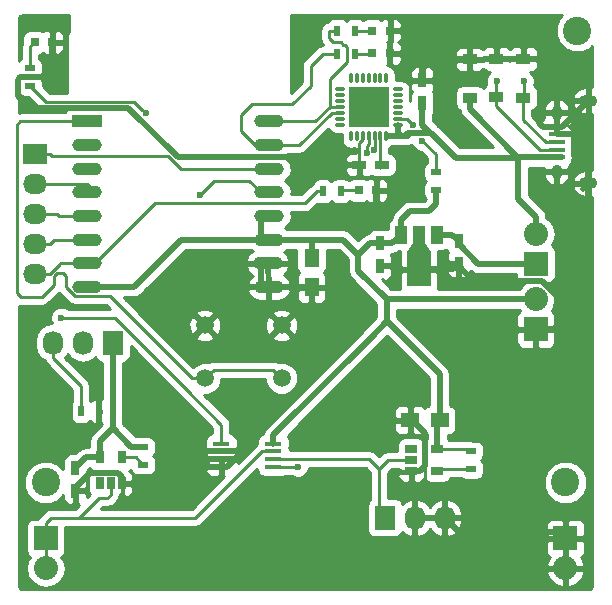
<source format=gbr>
G04 #@! TF.FileFunction,Copper,L1,Top,Signal*
%FSLAX46Y46*%
G04 Gerber Fmt 4.6, Leading zero omitted, Abs format (unit mm)*
G04 Created by KiCad (PCBNEW 4.0.2-1.fc23-product) date Tue 29 Mar 2016 21:37:23 CEST*
%MOMM*%
G01*
G04 APERTURE LIST*
%ADD10C,0.100000*%
%ADD11O,0.300000X0.850000*%
%ADD12O,0.850000X0.300000*%
%ADD13R,1.675000X1.675000*%
%ADD14C,2.400000*%
%ADD15R,1.500000X1.250000*%
%ADD16R,1.250000X1.500000*%
%ADD17R,0.797560X0.797560*%
%ADD18R,1.220000X0.910000*%
%ADD19R,0.750000X1.200000*%
%ADD20R,1.200000X0.750000*%
%ADD21R,2.032000X2.032000*%
%ADD22O,2.032000X2.032000*%
%ADD23R,0.650000X1.060000*%
%ADD24R,1.060000X0.650000*%
%ADD25R,1.727200X2.032000*%
%ADD26O,1.727200X2.032000*%
%ADD27R,1.350000X0.400000*%
%ADD28O,0.950000X1.250000*%
%ADD29O,1.550000X1.000000*%
%ADD30R,0.900000X0.500000*%
%ADD31R,0.500000X0.900000*%
%ADD32C,1.500000*%
%ADD33R,1.000760X1.501140*%
%ADD34R,1.998980X2.999740*%
%ADD35R,2.500000X1.100000*%
%ADD36O,2.500000X1.100000*%
%ADD37R,1.450000X0.450000*%
%ADD38R,2.032000X1.727200*%
%ADD39O,2.032000X1.727200*%
%ADD40C,0.600000*%
%ADD41C,0.250000*%
%ADD42C,0.500000*%
%ADD43C,0.254000*%
G04 APERTURE END LIST*
D10*
D11*
X178840000Y-60910000D03*
X179340000Y-60910000D03*
X179840000Y-60910000D03*
X180340000Y-60910000D03*
X180840000Y-60910000D03*
X181340000Y-60910000D03*
X181840000Y-60910000D03*
D12*
X182790000Y-59960000D03*
X182790000Y-59460000D03*
X182790000Y-58960000D03*
X182790000Y-58460000D03*
X182790000Y-57960000D03*
X182790000Y-57460000D03*
X182790000Y-56960000D03*
D11*
X181840000Y-56010000D03*
X181340000Y-56010000D03*
X180840000Y-56010000D03*
X180340000Y-56010000D03*
X179840000Y-56010000D03*
X179340000Y-56010000D03*
X178840000Y-56010000D03*
D12*
X177890000Y-56960000D03*
X177890000Y-57460000D03*
X177890000Y-57960000D03*
X177890000Y-58460000D03*
X177890000Y-58960000D03*
X177890000Y-59460000D03*
X177890000Y-59960000D03*
D13*
X181177500Y-57622500D03*
X179502500Y-57622500D03*
X181177500Y-59297500D03*
X179502500Y-59297500D03*
D14*
X153000000Y-90250000D03*
X197000000Y-90250000D03*
D15*
X186350000Y-84980000D03*
X183850000Y-84980000D03*
D16*
X175500000Y-71250000D03*
X175500000Y-73750000D03*
D17*
X180650700Y-52010000D03*
X182149300Y-52010000D03*
X180610700Y-53940000D03*
X182109300Y-53940000D03*
X152050700Y-53000000D03*
X153549300Y-53000000D03*
X179480700Y-65540000D03*
X180979300Y-65540000D03*
D18*
X188910000Y-57715000D03*
X188910000Y-54445000D03*
X193430000Y-57675000D03*
X193430000Y-54405000D03*
X191150000Y-57660000D03*
X191150000Y-54390000D03*
D19*
X155500000Y-90950000D03*
X155500000Y-89050000D03*
X184890000Y-56210000D03*
X184890000Y-58110000D03*
D20*
X179550000Y-63370000D03*
X181450000Y-63370000D03*
D21*
X153000000Y-95000000D03*
D22*
X153000000Y-97540000D03*
D21*
X197000000Y-95000000D03*
D22*
X197000000Y-97540000D03*
D23*
X157550000Y-90350000D03*
X158500000Y-90350000D03*
X159450000Y-90350000D03*
X159450000Y-88150000D03*
X157550000Y-88150000D03*
D24*
X183940000Y-87410000D03*
X183940000Y-88360000D03*
X183940000Y-89310000D03*
X186140000Y-89310000D03*
X186140000Y-87410000D03*
D25*
X181710000Y-93250000D03*
D26*
X184250000Y-93250000D03*
X186790000Y-93250000D03*
D25*
X158680000Y-78450000D03*
D26*
X156140000Y-78450000D03*
X153600000Y-78450000D03*
D27*
X196247460Y-62740900D03*
X196247460Y-62090900D03*
X196247460Y-61440900D03*
X196247460Y-60790900D03*
X196247460Y-60140900D03*
D28*
X196247460Y-63940900D03*
X196247460Y-58940900D03*
D29*
X198947460Y-64940900D03*
X198947460Y-57940900D03*
D30*
X161250000Y-87250000D03*
X161250000Y-88750000D03*
X189010000Y-87630000D03*
X189010000Y-89130000D03*
D31*
X179190000Y-52010000D03*
X177690000Y-52010000D03*
X179190000Y-53970000D03*
X177690000Y-53970000D03*
D30*
X151670000Y-55190000D03*
X151670000Y-56690000D03*
D31*
X156000000Y-84250000D03*
X157500000Y-84250000D03*
X176460000Y-65600000D03*
X177960000Y-65600000D03*
D30*
X186040000Y-64010000D03*
X186040000Y-65510000D03*
D32*
X172970000Y-81460000D03*
X166470000Y-81460000D03*
X166470000Y-76960000D03*
X172970000Y-76960000D03*
D33*
X186101140Y-69270000D03*
X184600000Y-69270000D03*
X183098860Y-69270000D03*
D34*
X184600000Y-72221480D03*
D10*
G36*
X183599240Y-70747010D02*
X184099620Y-69997710D01*
X185100380Y-69997710D01*
X185600760Y-70747010D01*
X183599240Y-70747010D01*
X183599240Y-70747010D01*
G37*
D19*
X187950000Y-71750000D03*
X187950000Y-69850000D03*
X181320000Y-70030000D03*
X181320000Y-71930000D03*
D21*
X194500000Y-77290000D03*
D22*
X194500000Y-74750000D03*
D21*
X194500000Y-71750000D03*
D22*
X194500000Y-69210000D03*
D35*
X156490000Y-59700000D03*
D36*
X156490000Y-61700000D03*
X156490000Y-63700000D03*
X156490000Y-65700000D03*
X156490000Y-67700000D03*
X156490000Y-69700000D03*
X156490000Y-71700000D03*
X156490000Y-73700000D03*
X171890000Y-73700000D03*
X171790000Y-71700000D03*
X171890000Y-69700000D03*
X171890000Y-67700000D03*
X171890000Y-65700000D03*
X171890000Y-63700000D03*
X171890000Y-61700000D03*
X171890000Y-59700000D03*
D37*
X167875000Y-86975000D03*
X167875000Y-87625000D03*
X167875000Y-88275000D03*
X167875000Y-88925000D03*
X172275000Y-88925000D03*
X172275000Y-88275000D03*
X172275000Y-87625000D03*
X172275000Y-86975000D03*
D38*
X152075000Y-62425000D03*
D39*
X152075000Y-64965000D03*
X152075000Y-67505000D03*
X152075000Y-70045000D03*
X152075000Y-72585000D03*
D14*
X198000000Y-52000000D03*
D40*
X161450000Y-59000000D03*
X157190000Y-73700000D03*
X180150000Y-67440000D03*
X180190298Y-62400873D03*
X193480000Y-56260000D03*
X180814980Y-62084979D03*
X191178755Y-56268755D03*
X184890000Y-61340000D03*
X184110000Y-60000000D03*
X166050000Y-65925000D03*
X174350000Y-88950000D03*
X154314887Y-76315215D03*
D41*
X161150001Y-58700001D02*
X161450000Y-59000000D01*
X153022131Y-58042131D02*
X160492131Y-58042131D01*
X151670000Y-56690000D02*
X153022131Y-58042131D01*
X160492131Y-58042131D02*
X161150001Y-58700001D01*
D42*
X175500000Y-71250000D02*
X175500000Y-69940000D01*
X175500000Y-69940000D02*
X175270000Y-69710000D01*
X175270000Y-69710000D02*
X178155000Y-69710000D01*
X178155000Y-69710000D02*
X179460000Y-71015000D01*
X155500000Y-89050000D02*
X156400000Y-88150000D01*
X156400000Y-88150000D02*
X157550000Y-88150000D01*
X186350000Y-84980000D02*
X186350000Y-81090246D01*
X186350000Y-81090246D02*
X181879877Y-76620123D01*
X180500000Y-78000000D02*
X181879877Y-76620123D01*
X181879877Y-76620123D02*
X181879877Y-75495123D01*
X180500000Y-78025000D02*
X180500000Y-78000000D01*
X181879877Y-75495123D02*
X181879877Y-74750000D01*
X185420000Y-67290000D02*
X186040000Y-66670000D01*
X186040000Y-66670000D02*
X186040000Y-65510000D01*
X183828290Y-67290000D02*
X185420000Y-67290000D01*
X183098860Y-69270000D02*
X183098860Y-68019430D01*
X183098860Y-68019430D02*
X183828290Y-67290000D01*
X181320000Y-70030000D02*
X182338860Y-70030000D01*
X182338860Y-70030000D02*
X183098860Y-69270000D01*
X179451388Y-72344102D02*
X179451388Y-72123612D01*
X179451388Y-72123612D02*
X179460000Y-72115000D01*
X179460000Y-72115000D02*
X179460000Y-71015000D01*
X179460000Y-71015000D02*
X180445000Y-70030000D01*
X180445000Y-70030000D02*
X181320000Y-70030000D01*
X179451388Y-72344102D02*
X179473979Y-72344102D01*
X179473979Y-72344102D02*
X181879877Y-74750000D01*
X181879877Y-74750000D02*
X194500000Y-74750000D01*
X158680000Y-85680000D02*
X160250000Y-87250000D01*
X160250000Y-87250000D02*
X161250000Y-87250000D01*
X158680000Y-85621010D02*
X158680000Y-85680000D01*
X158680000Y-85621010D02*
X157550000Y-86751010D01*
X157550000Y-86751010D02*
X157550000Y-88150000D01*
X158680000Y-85621010D02*
X158680000Y-83180000D01*
X172275000Y-86975000D02*
X172275000Y-86250000D01*
X172275000Y-86250000D02*
X180500000Y-78025000D01*
D41*
X186140000Y-87410000D02*
X188790000Y-87410000D01*
X188790000Y-87410000D02*
X189010000Y-87630000D01*
D42*
X186140000Y-87410000D02*
X186140000Y-85190000D01*
X186140000Y-85190000D02*
X186350000Y-84980000D01*
D41*
X158680000Y-83460000D02*
X158680000Y-83180000D01*
D42*
X158680000Y-83180000D02*
X158680000Y-78450000D01*
X175270000Y-69700000D02*
X171190000Y-69700000D01*
X175270000Y-69710000D02*
X175270000Y-69700000D01*
X171190000Y-67700000D02*
X171190000Y-69700000D01*
X160490000Y-73700000D02*
X164490000Y-69700000D01*
X164490000Y-69700000D02*
X171190000Y-69700000D01*
X157190000Y-73700000D02*
X160490000Y-73700000D01*
X153549300Y-53000000D02*
X153549300Y-55090358D01*
X152688817Y-55950841D02*
X150809159Y-55950841D01*
X153549300Y-55090358D02*
X152688817Y-55950841D01*
X150809159Y-55950841D02*
X150610000Y-56150000D01*
X150610000Y-56150000D02*
X150610000Y-57510000D01*
X150610000Y-57510000D02*
X151617142Y-58517142D01*
X151617142Y-58517142D02*
X159975709Y-58517142D01*
X159975709Y-58517142D02*
X164156156Y-62697589D01*
X164156156Y-62697589D02*
X177777589Y-62697589D01*
X177777589Y-62697589D02*
X178450000Y-63370000D01*
X178450000Y-63370000D02*
X179550000Y-63370000D01*
X167875000Y-88925000D02*
X168375000Y-88925000D01*
X168375000Y-88925000D02*
X169300000Y-88000000D01*
X169300000Y-88000000D02*
X169375000Y-88000000D01*
X167875000Y-88275000D02*
X169100000Y-88275000D01*
X169100000Y-88275000D02*
X169375000Y-88000000D01*
X169375000Y-88000000D02*
X169375000Y-87625000D01*
X167875000Y-87625000D02*
X169375000Y-87625000D01*
X155500000Y-90950000D02*
X155500000Y-90725000D01*
X155500000Y-90725000D02*
X156755001Y-89469999D01*
X156755001Y-89469999D02*
X159105001Y-89469999D01*
X159105001Y-89469999D02*
X159450000Y-89814998D01*
X159450000Y-89814998D02*
X159450000Y-90350000D01*
X180979300Y-65540000D02*
X180979300Y-66610700D01*
X180979300Y-66610700D02*
X180150000Y-67440000D01*
X197571682Y-74748318D02*
X198947460Y-73372540D01*
X198947460Y-73372540D02*
X198947460Y-64940900D01*
X196520000Y-74748318D02*
X197571682Y-74748318D01*
X187950000Y-71750000D02*
X187950000Y-71975000D01*
X187950000Y-71975000D02*
X189188036Y-73213036D01*
X189188036Y-73213036D02*
X194984718Y-73213036D01*
X194984718Y-73213036D02*
X196520000Y-74748318D01*
X196520000Y-74748318D02*
X196520000Y-76786000D01*
X196520000Y-76786000D02*
X196016000Y-77290000D01*
X196016000Y-77290000D02*
X194500000Y-77290000D01*
X184600000Y-72221480D02*
X187478520Y-72221480D01*
X187478520Y-72221480D02*
X187950000Y-71750000D01*
X184348860Y-69270000D02*
X184348860Y-69019810D01*
X197000000Y-94460000D02*
X188000000Y-94460000D01*
X188000000Y-94460000D02*
X186790000Y-93250000D01*
X196247460Y-63940900D02*
X197222460Y-63940900D01*
X197222460Y-63940900D02*
X198947460Y-62215900D01*
X198947460Y-62215900D02*
X198947460Y-62147460D01*
X197590900Y-60790900D02*
X198947460Y-62147460D01*
X198947460Y-62147460D02*
X198947460Y-64940900D01*
X196247460Y-60790900D02*
X197590900Y-60790900D01*
X196247460Y-60140900D02*
X196747460Y-60140900D01*
X196747460Y-60140900D02*
X198947460Y-57940900D01*
X196247460Y-60140900D02*
X195072460Y-60140900D01*
X195072460Y-60140900D02*
X194800000Y-59868440D01*
X196247460Y-60140900D02*
X196247460Y-60790900D01*
X166650000Y-88750000D02*
X166825000Y-88925000D01*
X166825000Y-88925000D02*
X167875000Y-88925000D01*
X166650000Y-88275000D02*
X166650000Y-88750000D01*
X166125000Y-87625000D02*
X166125000Y-87750000D01*
X166125000Y-87750000D02*
X166650000Y-88275000D01*
X166650000Y-88275000D02*
X167875000Y-88275000D01*
X167875000Y-87625000D02*
X166125000Y-87625000D01*
X198500000Y-65388360D02*
X198947460Y-64940900D01*
X167875000Y-88925000D02*
X167375000Y-88925000D01*
X180979300Y-65540000D02*
X180979300Y-65620700D01*
D41*
X185120000Y-90630000D02*
X184250000Y-91500000D01*
X184250000Y-91500000D02*
X184250000Y-93250000D01*
X185120000Y-88864781D02*
X185120000Y-90630000D01*
X184250000Y-93250000D02*
X185363600Y-93250000D01*
X185363600Y-93250000D02*
X186790000Y-93250000D01*
D42*
X183850000Y-84980000D02*
X184010000Y-84980000D01*
X184010000Y-84980000D02*
X185120000Y-86090000D01*
X185120000Y-86090000D02*
X185120000Y-88864781D01*
X185120000Y-88864781D02*
X184674781Y-89310000D01*
X184674781Y-89310000D02*
X183940000Y-89310000D01*
X171190000Y-71700000D02*
X171190000Y-73700000D01*
X175530000Y-73720000D02*
X171210000Y-73720000D01*
X171210000Y-73720000D02*
X171190000Y-73700000D01*
D41*
X179840000Y-60910000D02*
X179840000Y-61215344D01*
X179550000Y-61505344D02*
X179550000Y-63370000D01*
X179840000Y-61215344D02*
X179550000Y-61505344D01*
D42*
X184890000Y-56210000D02*
X184890000Y-55110000D01*
X184890000Y-55110000D02*
X185555000Y-54445000D01*
X185555000Y-54445000D02*
X188910000Y-54445000D01*
D41*
X179190000Y-52010000D02*
X180650700Y-52010000D01*
X179190000Y-53970000D02*
X180580700Y-53970000D01*
X180580700Y-53970000D02*
X180610700Y-53940000D01*
X151670000Y-55190000D02*
X151670000Y-53383708D01*
X151670000Y-53383708D02*
X152045465Y-53008243D01*
X179480700Y-65540000D02*
X178020000Y-65540000D01*
X178020000Y-65540000D02*
X177960000Y-65600000D01*
D42*
X194500000Y-69210000D02*
X194500000Y-67773160D01*
X194500000Y-67773160D02*
X193010900Y-66284060D01*
X193010900Y-66284060D02*
X193010900Y-62770900D01*
X185619999Y-60689999D02*
X185890000Y-60960000D01*
X183660001Y-60689999D02*
X185619999Y-60689999D01*
X183440000Y-60910000D02*
X183660001Y-60689999D01*
X196722460Y-62740900D02*
X196247460Y-62740900D01*
X193010900Y-62770900D02*
X193040900Y-62740900D01*
X193040900Y-62740900D02*
X196247460Y-62740900D01*
X187700900Y-62770900D02*
X185890000Y-60960000D01*
X185890000Y-60960000D02*
X184890000Y-59960000D01*
X183690000Y-60910000D02*
X183440000Y-60910000D01*
X182790000Y-59960000D02*
X182790000Y-60610000D01*
X183440000Y-60910000D02*
X181940010Y-60910000D01*
X182790000Y-60610000D02*
X183090000Y-60910000D01*
X183090000Y-60910000D02*
X183440000Y-60910000D01*
X184890000Y-58110000D02*
X184890000Y-59430000D01*
X184890000Y-59430000D02*
X184890000Y-59960000D01*
X193010900Y-62770900D02*
X187700900Y-62770900D01*
X188910000Y-57715000D02*
X188910000Y-58670000D01*
X188910000Y-58670000D02*
X193010900Y-62770900D01*
D41*
X193430000Y-57675000D02*
X193430000Y-59548440D01*
X193430000Y-59548440D02*
X195322460Y-61440900D01*
X195322460Y-61440900D02*
X196247460Y-61440900D01*
X180190298Y-61976609D02*
X180190298Y-62400873D01*
X180340000Y-61585000D02*
X180190298Y-61734702D01*
X180190298Y-61734702D02*
X180190298Y-61976609D01*
X180340000Y-60910000D02*
X180340000Y-61585000D01*
X193480000Y-56260000D02*
X193480000Y-57625000D01*
X193480000Y-57625000D02*
X193430000Y-57675000D01*
X196247460Y-62090900D02*
X194875900Y-62090900D01*
X194875900Y-62090900D02*
X191150000Y-58365000D01*
X191150000Y-58365000D02*
X191150000Y-57660000D01*
X180840000Y-60910000D02*
X180840000Y-62059959D01*
X180840000Y-62059959D02*
X180814980Y-62084979D01*
X191150000Y-56297510D02*
X191178755Y-56268755D01*
X191150000Y-57660000D02*
X191150000Y-56297510D01*
X158216000Y-91596000D02*
X158500000Y-91312000D01*
X158500000Y-91312000D02*
X158500000Y-90350000D01*
X157470000Y-91596000D02*
X158216000Y-91596000D01*
X153000000Y-95000000D02*
X153000000Y-97540000D01*
X154550000Y-93250000D02*
X153484000Y-93250000D01*
X153484000Y-93250000D02*
X153000000Y-93734000D01*
X153000000Y-93734000D02*
X153000000Y-95000000D01*
X165675000Y-93250000D02*
X171300000Y-87625000D01*
X171300000Y-87625000D02*
X172275000Y-87625000D01*
X165675000Y-93250000D02*
X154550000Y-93250000D01*
X154550000Y-93250000D02*
X155816000Y-93250000D01*
X155816000Y-93250000D02*
X157470000Y-91596000D01*
X159450000Y-88150000D02*
X160650000Y-88150000D01*
X160650000Y-88150000D02*
X161250000Y-88750000D01*
X172275000Y-88275000D02*
X180405000Y-88275000D01*
X180405000Y-88275000D02*
X181250000Y-89120000D01*
X181950000Y-88360000D02*
X182010000Y-88360000D01*
X183940000Y-88360000D02*
X182010000Y-88360000D01*
X182010000Y-88360000D02*
X181250000Y-89120000D01*
X181250000Y-89120000D02*
X181250000Y-92790000D01*
X181250000Y-92790000D02*
X181710000Y-93250000D01*
X189010000Y-89130000D02*
X186320000Y-89130000D01*
X186320000Y-89130000D02*
X186140000Y-89310000D01*
X153600000Y-79716000D02*
X156000000Y-82116000D01*
X156000000Y-82116000D02*
X156000000Y-84250000D01*
X153600000Y-78450000D02*
X153600000Y-79716000D01*
X152075000Y-62425000D02*
X153341000Y-62425000D01*
X153341000Y-62425000D02*
X153564072Y-62648072D01*
X153564072Y-62648072D02*
X163378569Y-62648072D01*
X163378569Y-62648072D02*
X164430497Y-63700000D01*
X164430497Y-63700000D02*
X171190000Y-63700000D01*
X157190000Y-65700000D02*
X156455000Y-64965000D01*
X156455000Y-64965000D02*
X152075000Y-64965000D01*
X154152400Y-67700000D02*
X153957400Y-67505000D01*
X153957400Y-67505000D02*
X152075000Y-67505000D01*
X157190000Y-67700000D02*
X154152400Y-67700000D01*
X152075000Y-70045000D02*
X153341000Y-70045000D01*
X153341000Y-70045000D02*
X153686000Y-69700000D01*
X153686000Y-69700000D02*
X154726000Y-69700000D01*
X157190000Y-69700000D02*
X154726000Y-69700000D01*
X154201000Y-71675000D02*
X154201000Y-71725000D01*
X154201000Y-71725000D02*
X153341000Y-72585000D01*
X153341000Y-72585000D02*
X152075000Y-72585000D01*
X157190000Y-71700000D02*
X154226000Y-71700000D01*
X154226000Y-71700000D02*
X154201000Y-71675000D01*
X157190000Y-71700000D02*
X156886400Y-72003600D01*
X176460000Y-65600000D02*
X175960000Y-65600000D01*
X175960000Y-65600000D02*
X174920000Y-66640000D01*
X174920000Y-66640000D02*
X162250000Y-66640000D01*
X162250000Y-66640000D02*
X157190000Y-71700000D01*
X176990000Y-52010000D02*
X177690000Y-52010000D01*
X177052292Y-58460000D02*
X177052292Y-56107048D01*
X177052292Y-56107048D02*
X178510392Y-54648948D01*
X178510392Y-54648948D02*
X178510392Y-53379969D01*
X177324113Y-53003676D02*
X176990000Y-52669563D01*
X178510392Y-53379969D02*
X178357323Y-53226900D01*
X178357323Y-53226900D02*
X178188100Y-53226900D01*
X178188100Y-53226900D02*
X177964876Y-53003676D01*
X177964876Y-53003676D02*
X177324113Y-53003676D01*
X176990000Y-52669563D02*
X176990000Y-52010000D01*
X171190000Y-59700000D02*
X175812292Y-59700000D01*
X175812292Y-59700000D02*
X177052292Y-58460000D01*
X177052292Y-58460000D02*
X177890000Y-58460000D01*
X171190000Y-61700000D02*
X170720000Y-61700000D01*
X170720000Y-61700000D02*
X169500000Y-60480000D01*
X175420000Y-56700000D02*
X175420000Y-55040000D01*
X169500000Y-60480000D02*
X169500000Y-59160000D01*
X169500000Y-59160000D02*
X170420000Y-58240000D01*
X170420000Y-58240000D02*
X173880000Y-58240000D01*
X175420000Y-55040000D02*
X176455003Y-54004997D01*
X173880000Y-58240000D02*
X175420000Y-56700000D01*
X176455003Y-54004997D02*
X177668517Y-54004997D01*
X177215000Y-58960000D02*
X174475000Y-61700000D01*
X174475000Y-61700000D02*
X171190000Y-61700000D01*
X177215000Y-58960000D02*
X177890000Y-58960000D01*
X184890000Y-61340000D02*
X186040000Y-62490000D01*
X186040000Y-62490000D02*
X186040000Y-64010000D01*
X182790000Y-59460000D02*
X183570000Y-59460000D01*
X183570000Y-59460000D02*
X184110000Y-60000000D01*
X158420688Y-74490688D02*
X155474797Y-74490688D01*
X159250000Y-75320000D02*
X158420688Y-74490688D01*
X150566333Y-59989065D02*
X150855398Y-59700000D01*
X154728887Y-73744778D02*
X154728887Y-72788660D01*
X154728887Y-72788660D02*
X154437386Y-72497159D01*
X154437386Y-72497159D02*
X153933384Y-72497159D01*
X153660384Y-72770159D02*
X153660384Y-73583254D01*
X153660384Y-73583254D02*
X152674444Y-74569194D01*
X152674444Y-74569194D02*
X150890244Y-74569194D01*
X150890244Y-74569194D02*
X150566333Y-74245283D01*
X155474797Y-74490688D02*
X154728887Y-73744778D01*
X150566333Y-74245283D02*
X150566333Y-59989065D01*
X153933384Y-72497159D02*
X153660384Y-72770159D01*
X150855398Y-59700000D02*
X157190000Y-59700000D01*
X159269340Y-75320000D02*
X159250000Y-75320000D01*
X166470000Y-81460000D02*
X165390000Y-81460000D01*
X165390000Y-81460000D02*
X159250000Y-75320000D01*
X172970000Y-81460000D02*
X172220001Y-80710001D01*
X172220001Y-80710001D02*
X167219999Y-80710001D01*
X167219999Y-80710001D02*
X166470000Y-81460000D01*
X181340000Y-63675000D02*
X181340000Y-61585000D01*
X181340000Y-61585000D02*
X181340000Y-60910000D01*
X166050000Y-65925000D02*
X167236283Y-64738717D01*
X167236283Y-64738717D02*
X170228717Y-64738717D01*
X170228717Y-64738717D02*
X171190000Y-65700000D01*
X172275000Y-88925000D02*
X174325000Y-88925000D01*
X174325000Y-88925000D02*
X174350000Y-88950000D01*
X171686029Y-65700000D02*
X171190000Y-65700000D01*
D42*
X189635000Y-71760000D02*
X189645000Y-71750000D01*
X189645000Y-71750000D02*
X194500000Y-71750000D01*
X187950000Y-69850000D02*
X187950000Y-70075000D01*
X187950000Y-70075000D02*
X189635000Y-71760000D01*
X186101140Y-69270000D02*
X187370000Y-69270000D01*
X187370000Y-69270000D02*
X187950000Y-69850000D01*
X194410000Y-71840000D02*
X194500000Y-71750000D01*
X194820000Y-71670000D02*
X194667600Y-71670000D01*
D41*
X167875000Y-85375000D02*
X167875000Y-86975000D01*
X167875000Y-85375000D02*
X164949603Y-82449603D01*
X164949603Y-82449603D02*
X164949603Y-82435001D01*
X164949603Y-82435001D02*
X158829817Y-76315215D01*
X158829817Y-76315215D02*
X154314887Y-76315215D01*
D43*
G36*
X196445270Y-50959199D02*
X196165319Y-51633395D01*
X196164682Y-52363403D01*
X196443455Y-53038086D01*
X196959199Y-53554730D01*
X197633395Y-53834681D01*
X198363403Y-53835318D01*
X199038086Y-53556545D01*
X199290000Y-53305070D01*
X199290000Y-56805900D01*
X199074460Y-56805900D01*
X199074460Y-57813900D01*
X199094460Y-57813900D01*
X199094460Y-58067900D01*
X199074460Y-58067900D01*
X199074460Y-59075900D01*
X199290000Y-59075900D01*
X199290000Y-63805900D01*
X199074460Y-63805900D01*
X199074460Y-64813900D01*
X199094460Y-64813900D01*
X199094460Y-65067900D01*
X199074460Y-65067900D01*
X199074460Y-66075900D01*
X199290000Y-66075900D01*
X199290000Y-98930070D01*
X199255074Y-99105655D01*
X199195225Y-99195226D01*
X199105655Y-99255074D01*
X198930070Y-99290000D01*
X151069930Y-99290000D01*
X150894345Y-99255074D01*
X150804774Y-99195225D01*
X150744926Y-99105655D01*
X150710000Y-98930070D01*
X150710000Y-75293341D01*
X150890244Y-75329194D01*
X152674444Y-75329194D01*
X152965283Y-75271342D01*
X153211845Y-75106595D01*
X154129312Y-74189128D01*
X154191486Y-74282179D01*
X154937396Y-75028089D01*
X155183958Y-75192836D01*
X155474797Y-75250688D01*
X158105886Y-75250688D01*
X158410413Y-75555215D01*
X154877350Y-75555215D01*
X154845214Y-75523023D01*
X154501686Y-75380377D01*
X154129720Y-75380053D01*
X153785944Y-75522098D01*
X153522695Y-75784888D01*
X153380049Y-76128416D01*
X153379725Y-76500382D01*
X153498120Y-76786920D01*
X153026511Y-76880729D01*
X152540330Y-77205585D01*
X152215474Y-77691766D01*
X152101400Y-78265255D01*
X152101400Y-78634745D01*
X152215474Y-79208234D01*
X152540330Y-79694415D01*
X152880983Y-79922032D01*
X152897852Y-80006839D01*
X153062599Y-80253401D01*
X155240000Y-82430802D01*
X155240000Y-83421614D01*
X155153569Y-83548110D01*
X155102560Y-83800000D01*
X155102560Y-84700000D01*
X155146838Y-84935317D01*
X155285910Y-85151441D01*
X155498110Y-85296431D01*
X155750000Y-85347440D01*
X156250000Y-85347440D01*
X156485317Y-85303162D01*
X156701441Y-85164090D01*
X156747969Y-85095994D01*
X156890302Y-85238327D01*
X157123691Y-85335000D01*
X157216250Y-85335000D01*
X157375000Y-85176250D01*
X157375000Y-84377000D01*
X157353000Y-84377000D01*
X157353000Y-84123000D01*
X157375000Y-84123000D01*
X157375000Y-83323750D01*
X157216250Y-83165000D01*
X157123691Y-83165000D01*
X156890302Y-83261673D01*
X156760000Y-83391974D01*
X156760000Y-82116000D01*
X156702148Y-81825161D01*
X156537401Y-81578599D01*
X154655802Y-79697000D01*
X154659670Y-79694415D01*
X154870000Y-79379634D01*
X155080330Y-79694415D01*
X155566511Y-80019271D01*
X156140000Y-80133345D01*
X156713489Y-80019271D01*
X157199670Y-79694415D01*
X157209243Y-79680087D01*
X157213238Y-79701317D01*
X157352310Y-79917441D01*
X157564510Y-80062431D01*
X157795000Y-80109106D01*
X157795000Y-83165000D01*
X157783750Y-83165000D01*
X157625000Y-83323750D01*
X157625000Y-84123000D01*
X157647000Y-84123000D01*
X157647000Y-84377000D01*
X157625000Y-84377000D01*
X157625000Y-85176250D01*
X157749090Y-85300340D01*
X156924210Y-86125220D01*
X156732367Y-86412335D01*
X156727134Y-86438643D01*
X156664999Y-86751010D01*
X156665000Y-86751015D01*
X156665000Y-87265000D01*
X156400005Y-87265000D01*
X156400000Y-87264999D01*
X156061325Y-87332367D01*
X155774210Y-87524210D01*
X155774208Y-87524213D01*
X155495861Y-87802560D01*
X155125000Y-87802560D01*
X154889683Y-87846838D01*
X154673559Y-87985910D01*
X154528569Y-88198110D01*
X154477560Y-88450000D01*
X154477560Y-89132791D01*
X154040801Y-88695270D01*
X153366605Y-88415319D01*
X152636597Y-88414682D01*
X151961914Y-88693455D01*
X151445270Y-89209199D01*
X151165319Y-89883395D01*
X151164682Y-90613403D01*
X151443455Y-91288086D01*
X151959199Y-91804730D01*
X152633395Y-92084681D01*
X153363403Y-92085318D01*
X154038086Y-91806545D01*
X154490000Y-91355418D01*
X154490000Y-91676309D01*
X154586673Y-91909698D01*
X154765301Y-92088327D01*
X154998690Y-92185000D01*
X155214250Y-92185000D01*
X155373000Y-92026250D01*
X155373000Y-91077000D01*
X155353000Y-91077000D01*
X155353000Y-90823000D01*
X155373000Y-90823000D01*
X155373000Y-90803000D01*
X155627000Y-90803000D01*
X155627000Y-90823000D01*
X156351250Y-90823000D01*
X156510000Y-90664250D01*
X156510000Y-90223691D01*
X156413327Y-89990302D01*
X156411957Y-89988932D01*
X156471431Y-89901890D01*
X156522440Y-89650000D01*
X156522440Y-89279140D01*
X156725370Y-89076210D01*
X156760910Y-89131441D01*
X156936232Y-89251233D01*
X156773559Y-89355910D01*
X156628569Y-89568110D01*
X156577560Y-89820000D01*
X156577560Y-90880000D01*
X156621838Y-91115317D01*
X156721305Y-91269893D01*
X156510000Y-91481198D01*
X156510000Y-91235750D01*
X156351250Y-91077000D01*
X155627000Y-91077000D01*
X155627000Y-92026250D01*
X155785750Y-92185000D01*
X155806198Y-92185000D01*
X155501198Y-92490000D01*
X153484000Y-92490000D01*
X153193160Y-92547852D01*
X152946599Y-92712599D01*
X152462599Y-93196599D01*
X152369080Y-93336560D01*
X151984000Y-93336560D01*
X151748683Y-93380838D01*
X151532559Y-93519910D01*
X151387569Y-93732110D01*
X151336560Y-93984000D01*
X151336560Y-96016000D01*
X151380838Y-96251317D01*
X151519910Y-96467441D01*
X151668837Y-96569198D01*
X151442330Y-96908190D01*
X151316655Y-97540000D01*
X151442330Y-98171810D01*
X151800222Y-98707433D01*
X152335845Y-99065325D01*
X152967655Y-99191000D01*
X153032345Y-99191000D01*
X153664155Y-99065325D01*
X154199778Y-98707433D01*
X154557670Y-98171810D01*
X154607172Y-97922944D01*
X195394025Y-97922944D01*
X195593615Y-98404818D01*
X196031621Y-98877188D01*
X196617054Y-99145983D01*
X196873000Y-99027367D01*
X196873000Y-97667000D01*
X197127000Y-97667000D01*
X197127000Y-99027367D01*
X197382946Y-99145983D01*
X197968379Y-98877188D01*
X198406385Y-98404818D01*
X198605975Y-97922944D01*
X198486836Y-97667000D01*
X197127000Y-97667000D01*
X196873000Y-97667000D01*
X195513164Y-97667000D01*
X195394025Y-97922944D01*
X154607172Y-97922944D01*
X154683345Y-97540000D01*
X154557670Y-96908190D01*
X154330501Y-96568208D01*
X154467441Y-96480090D01*
X154612431Y-96267890D01*
X154663440Y-96016000D01*
X154663440Y-95285750D01*
X195349000Y-95285750D01*
X195349000Y-96142310D01*
X195445673Y-96375699D01*
X195624302Y-96554327D01*
X195683096Y-96578680D01*
X195593615Y-96675182D01*
X195394025Y-97157056D01*
X195513164Y-97413000D01*
X196873000Y-97413000D01*
X196873000Y-95127000D01*
X197127000Y-95127000D01*
X197127000Y-97413000D01*
X198486836Y-97413000D01*
X198605975Y-97157056D01*
X198406385Y-96675182D01*
X198316904Y-96578680D01*
X198375698Y-96554327D01*
X198554327Y-96375699D01*
X198651000Y-96142310D01*
X198651000Y-95285750D01*
X198492250Y-95127000D01*
X197127000Y-95127000D01*
X196873000Y-95127000D01*
X195507750Y-95127000D01*
X195349000Y-95285750D01*
X154663440Y-95285750D01*
X154663440Y-94010000D01*
X165675000Y-94010000D01*
X165965839Y-93952148D01*
X166212401Y-93787401D01*
X170902560Y-89097242D01*
X170902560Y-89150000D01*
X170946838Y-89385317D01*
X171085910Y-89601441D01*
X171298110Y-89746431D01*
X171550000Y-89797440D01*
X173000000Y-89797440D01*
X173235317Y-89753162D01*
X173341244Y-89685000D01*
X173762581Y-89685000D01*
X173819673Y-89742192D01*
X174163201Y-89884838D01*
X174535167Y-89885162D01*
X174878943Y-89743117D01*
X175142192Y-89480327D01*
X175284838Y-89136799D01*
X175284927Y-89035000D01*
X180090198Y-89035000D01*
X180490000Y-89434802D01*
X180490000Y-91708753D01*
X180394959Y-91769910D01*
X180249969Y-91982110D01*
X180198960Y-92234000D01*
X180198960Y-94266000D01*
X180243238Y-94501317D01*
X180382310Y-94717441D01*
X180594510Y-94862431D01*
X180846400Y-94913440D01*
X182573600Y-94913440D01*
X182808917Y-94869162D01*
X183025041Y-94730090D01*
X183170031Y-94517890D01*
X183189232Y-94423073D01*
X183347964Y-94600732D01*
X183875209Y-94854709D01*
X183890974Y-94857358D01*
X184123000Y-94736217D01*
X184123000Y-93377000D01*
X184377000Y-93377000D01*
X184377000Y-94736217D01*
X184609026Y-94857358D01*
X184624791Y-94854709D01*
X185152036Y-94600732D01*
X185520000Y-94188892D01*
X185887964Y-94600732D01*
X186415209Y-94854709D01*
X186430974Y-94857358D01*
X186663000Y-94736217D01*
X186663000Y-93377000D01*
X186917000Y-93377000D01*
X186917000Y-94736217D01*
X187149026Y-94857358D01*
X187164791Y-94854709D01*
X187692036Y-94600732D01*
X188081954Y-94164320D01*
X188189212Y-93857690D01*
X195349000Y-93857690D01*
X195349000Y-94714250D01*
X195507750Y-94873000D01*
X196873000Y-94873000D01*
X196873000Y-93507750D01*
X197127000Y-93507750D01*
X197127000Y-94873000D01*
X198492250Y-94873000D01*
X198651000Y-94714250D01*
X198651000Y-93857690D01*
X198554327Y-93624301D01*
X198375698Y-93445673D01*
X198142309Y-93349000D01*
X197285750Y-93349000D01*
X197127000Y-93507750D01*
X196873000Y-93507750D01*
X196714250Y-93349000D01*
X195857691Y-93349000D01*
X195624302Y-93445673D01*
X195445673Y-93624301D01*
X195349000Y-93857690D01*
X188189212Y-93857690D01*
X188275184Y-93611913D01*
X188130924Y-93377000D01*
X186917000Y-93377000D01*
X186663000Y-93377000D01*
X184377000Y-93377000D01*
X184123000Y-93377000D01*
X184103000Y-93377000D01*
X184103000Y-93123000D01*
X184123000Y-93123000D01*
X184123000Y-91763783D01*
X184377000Y-91763783D01*
X184377000Y-93123000D01*
X186663000Y-93123000D01*
X186663000Y-91763783D01*
X186917000Y-91763783D01*
X186917000Y-93123000D01*
X188130924Y-93123000D01*
X188275184Y-92888087D01*
X188081954Y-92335680D01*
X187692036Y-91899268D01*
X187164791Y-91645291D01*
X187149026Y-91642642D01*
X186917000Y-91763783D01*
X186663000Y-91763783D01*
X186430974Y-91642642D01*
X186415209Y-91645291D01*
X185887964Y-91899268D01*
X185520000Y-92311108D01*
X185152036Y-91899268D01*
X184624791Y-91645291D01*
X184609026Y-91642642D01*
X184377000Y-91763783D01*
X184123000Y-91763783D01*
X183890974Y-91642642D01*
X183875209Y-91645291D01*
X183347964Y-91899268D01*
X183191093Y-92074845D01*
X183176762Y-91998683D01*
X183037690Y-91782559D01*
X182825490Y-91637569D01*
X182573600Y-91586560D01*
X182010000Y-91586560D01*
X182010000Y-90613403D01*
X195164682Y-90613403D01*
X195443455Y-91288086D01*
X195959199Y-91804730D01*
X196633395Y-92084681D01*
X197363403Y-92085318D01*
X198038086Y-91806545D01*
X198554730Y-91290801D01*
X198834681Y-90616605D01*
X198835318Y-89886597D01*
X198556545Y-89211914D01*
X198040801Y-88695270D01*
X197366605Y-88415319D01*
X196636597Y-88414682D01*
X195961914Y-88693455D01*
X195445270Y-89209199D01*
X195165319Y-89883395D01*
X195164682Y-90613403D01*
X182010000Y-90613403D01*
X182010000Y-89595750D01*
X182775000Y-89595750D01*
X182775000Y-89761310D01*
X182871673Y-89994699D01*
X183050302Y-90173327D01*
X183283691Y-90270000D01*
X183654250Y-90270000D01*
X183813000Y-90111250D01*
X183813000Y-89437000D01*
X182933750Y-89437000D01*
X182775000Y-89595750D01*
X182010000Y-89595750D01*
X182010000Y-89434802D01*
X182324802Y-89120000D01*
X182870750Y-89120000D01*
X182933750Y-89183000D01*
X183014051Y-89183000D01*
X183158110Y-89281431D01*
X183410000Y-89332440D01*
X184087000Y-89332440D01*
X184087000Y-89437000D01*
X184067000Y-89437000D01*
X184067000Y-90111250D01*
X184225750Y-90270000D01*
X184596309Y-90270000D01*
X184829698Y-90173327D01*
X185008327Y-89994699D01*
X185039088Y-89920435D01*
X185145910Y-90086441D01*
X185358110Y-90231431D01*
X185610000Y-90282440D01*
X186670000Y-90282440D01*
X186905317Y-90238162D01*
X187121441Y-90099090D01*
X187264306Y-89890000D01*
X188181614Y-89890000D01*
X188308110Y-89976431D01*
X188560000Y-90027440D01*
X189460000Y-90027440D01*
X189695317Y-89983162D01*
X189911441Y-89844090D01*
X190056431Y-89631890D01*
X190107440Y-89380000D01*
X190107440Y-88880000D01*
X190063162Y-88644683D01*
X189924090Y-88428559D01*
X189854289Y-88380866D01*
X189911441Y-88344090D01*
X190056431Y-88131890D01*
X190107440Y-87880000D01*
X190107440Y-87380000D01*
X190063162Y-87144683D01*
X189924090Y-86928559D01*
X189711890Y-86783569D01*
X189460000Y-86732560D01*
X189117817Y-86732560D01*
X189080839Y-86707852D01*
X188790000Y-86650000D01*
X187144669Y-86650000D01*
X187134090Y-86633559D01*
X187025000Y-86559021D01*
X187025000Y-86252440D01*
X187100000Y-86252440D01*
X187335317Y-86208162D01*
X187551441Y-86069090D01*
X187696431Y-85856890D01*
X187747440Y-85605000D01*
X187747440Y-84355000D01*
X187703162Y-84119683D01*
X187564090Y-83903559D01*
X187351890Y-83758569D01*
X187235000Y-83734898D01*
X187235000Y-81090251D01*
X187235001Y-81090246D01*
X187167634Y-80751572D01*
X186983503Y-80476000D01*
X186975790Y-80464456D01*
X186975787Y-80464454D01*
X184087084Y-77575750D01*
X192849000Y-77575750D01*
X192849000Y-78432309D01*
X192945673Y-78665698D01*
X193124301Y-78844327D01*
X193357690Y-78941000D01*
X194214250Y-78941000D01*
X194373000Y-78782250D01*
X194373000Y-77417000D01*
X194627000Y-77417000D01*
X194627000Y-78782250D01*
X194785750Y-78941000D01*
X195642310Y-78941000D01*
X195875699Y-78844327D01*
X196054327Y-78665698D01*
X196151000Y-78432309D01*
X196151000Y-77575750D01*
X195992250Y-77417000D01*
X194627000Y-77417000D01*
X194373000Y-77417000D01*
X193007750Y-77417000D01*
X192849000Y-77575750D01*
X184087084Y-77575750D01*
X182764877Y-76253543D01*
X182764877Y-75635000D01*
X193122239Y-75635000D01*
X193175372Y-75714519D01*
X193124301Y-75735673D01*
X192945673Y-75914302D01*
X192849000Y-76147691D01*
X192849000Y-77004250D01*
X193007750Y-77163000D01*
X194373000Y-77163000D01*
X194373000Y-77143000D01*
X194627000Y-77143000D01*
X194627000Y-77163000D01*
X195992250Y-77163000D01*
X196151000Y-77004250D01*
X196151000Y-76147691D01*
X196054327Y-75914302D01*
X195875699Y-75735673D01*
X195824628Y-75714519D01*
X196025325Y-75414155D01*
X196151000Y-74782345D01*
X196151000Y-74717655D01*
X196025325Y-74085845D01*
X195667433Y-73550222D01*
X195462724Y-73413440D01*
X195516000Y-73413440D01*
X195751317Y-73369162D01*
X195967441Y-73230090D01*
X196112431Y-73017890D01*
X196163440Y-72766000D01*
X196163440Y-70734000D01*
X196119162Y-70498683D01*
X195980090Y-70282559D01*
X195831163Y-70180802D01*
X196057670Y-69841810D01*
X196183345Y-69210000D01*
X196057670Y-68578190D01*
X195699778Y-68042567D01*
X195385000Y-67832239D01*
X195385000Y-67773160D01*
X195317633Y-67434485D01*
X195125790Y-67147370D01*
X195125787Y-67147368D01*
X193895900Y-65917480D01*
X193895900Y-65242774D01*
X197578341Y-65242774D01*
X197780092Y-65653663D01*
X198120782Y-65940902D01*
X198545460Y-66075900D01*
X198820460Y-66075900D01*
X198820460Y-65067900D01*
X197704506Y-65067900D01*
X197578341Y-65242774D01*
X193895900Y-65242774D01*
X193895900Y-64242031D01*
X195146231Y-64242031D01*
X195287892Y-64651949D01*
X195575639Y-64976452D01*
X195949522Y-65160168D01*
X196120460Y-65033634D01*
X196120460Y-64067900D01*
X196374460Y-64067900D01*
X196374460Y-65033634D01*
X196545398Y-65160168D01*
X196919281Y-64976452D01*
X197207028Y-64651949D01*
X197211493Y-64639026D01*
X197578341Y-64639026D01*
X197704506Y-64813900D01*
X198820460Y-64813900D01*
X198820460Y-63805900D01*
X198545460Y-63805900D01*
X198120782Y-63940898D01*
X197780092Y-64228137D01*
X197578341Y-64639026D01*
X197211493Y-64639026D01*
X197348689Y-64242031D01*
X197200023Y-64067900D01*
X196374460Y-64067900D01*
X196120460Y-64067900D01*
X195294897Y-64067900D01*
X195146231Y-64242031D01*
X193895900Y-64242031D01*
X193895900Y-63625900D01*
X195151024Y-63625900D01*
X195146231Y-63639769D01*
X195294897Y-63813900D01*
X196120460Y-63813900D01*
X196120460Y-63793900D01*
X196374460Y-63793900D01*
X196374460Y-63813900D01*
X197200023Y-63813900D01*
X197348689Y-63639769D01*
X197286900Y-63460974D01*
X197373901Y-63404990D01*
X197518891Y-63192790D01*
X197569900Y-62940900D01*
X197569900Y-62929726D01*
X197607460Y-62740900D01*
X197569900Y-62552074D01*
X197569900Y-62540900D01*
X197545516Y-62411311D01*
X197569900Y-62290900D01*
X197569900Y-61890900D01*
X197545516Y-61761311D01*
X197569900Y-61640900D01*
X197569900Y-61240900D01*
X197550010Y-61135195D01*
X197557460Y-61117210D01*
X197557460Y-61049650D01*
X197528456Y-61020646D01*
X197525622Y-61005583D01*
X197386550Y-60789459D01*
X197377862Y-60783523D01*
X197460787Y-60700599D01*
X197511540Y-60578070D01*
X197557460Y-60532150D01*
X197557460Y-60399650D01*
X197511540Y-60353730D01*
X197460787Y-60231201D01*
X197282158Y-60052573D01*
X197253977Y-60040900D01*
X197398710Y-60040900D01*
X197557460Y-59882150D01*
X197557460Y-59814590D01*
X197460787Y-59581201D01*
X197290370Y-59410785D01*
X197348689Y-59242031D01*
X197200023Y-59067900D01*
X196374460Y-59067900D01*
X196374460Y-60040900D01*
X196384276Y-60040900D01*
X196421015Y-60068095D01*
X196374460Y-60114650D01*
X196374460Y-60287900D01*
X196120460Y-60287900D01*
X196120460Y-60114650D01*
X196100460Y-60094650D01*
X196100460Y-60048438D01*
X196110644Y-60040900D01*
X196120460Y-60040900D01*
X196120460Y-59067900D01*
X195294897Y-59067900D01*
X195146231Y-59242031D01*
X195204550Y-59410785D01*
X195034133Y-59581201D01*
X194937460Y-59814590D01*
X194937460Y-59882150D01*
X195069208Y-60013898D01*
X194970260Y-60013898D01*
X194190000Y-59233638D01*
X194190000Y-58749216D01*
X194275317Y-58733162D01*
X194420453Y-58639769D01*
X195146231Y-58639769D01*
X195294897Y-58813900D01*
X196120460Y-58813900D01*
X196120460Y-57848166D01*
X196374460Y-57848166D01*
X196374460Y-58813900D01*
X197200023Y-58813900D01*
X197348689Y-58639769D01*
X197211494Y-58242774D01*
X197578341Y-58242774D01*
X197780092Y-58653663D01*
X198120782Y-58940902D01*
X198545460Y-59075900D01*
X198820460Y-59075900D01*
X198820460Y-58067900D01*
X197704506Y-58067900D01*
X197578341Y-58242774D01*
X197211494Y-58242774D01*
X197207028Y-58229851D01*
X196919281Y-57905348D01*
X196545398Y-57721632D01*
X196374460Y-57848166D01*
X196120460Y-57848166D01*
X195949522Y-57721632D01*
X195575639Y-57905348D01*
X195287892Y-58229851D01*
X195146231Y-58639769D01*
X194420453Y-58639769D01*
X194491441Y-58594090D01*
X194636431Y-58381890D01*
X194687440Y-58130000D01*
X194687440Y-57639026D01*
X197578341Y-57639026D01*
X197704506Y-57813900D01*
X198820460Y-57813900D01*
X198820460Y-56805900D01*
X198545460Y-56805900D01*
X198120782Y-56940898D01*
X197780092Y-57228137D01*
X197578341Y-57639026D01*
X194687440Y-57639026D01*
X194687440Y-57220000D01*
X194643162Y-56984683D01*
X194504090Y-56768559D01*
X194330486Y-56649940D01*
X194414838Y-56446799D01*
X194415162Y-56074833D01*
X194273117Y-55731057D01*
X194037472Y-55495000D01*
X194166310Y-55495000D01*
X194399699Y-55398327D01*
X194578327Y-55219698D01*
X194675000Y-54986309D01*
X194675000Y-54690750D01*
X194516250Y-54532000D01*
X193557000Y-54532000D01*
X193557000Y-54552000D01*
X193303000Y-54552000D01*
X193303000Y-54532000D01*
X192343750Y-54532000D01*
X192297500Y-54578250D01*
X192236250Y-54517000D01*
X191277000Y-54517000D01*
X191277000Y-54537000D01*
X191023000Y-54537000D01*
X191023000Y-54517000D01*
X190063750Y-54517000D01*
X190002500Y-54578250D01*
X189996250Y-54572000D01*
X189037000Y-54572000D01*
X189037000Y-55376250D01*
X189195750Y-55535000D01*
X189646310Y-55535000D01*
X189879699Y-55438327D01*
X190057500Y-55260525D01*
X190180301Y-55383327D01*
X190413690Y-55480000D01*
X190645442Y-55480000D01*
X190386563Y-55738428D01*
X190243917Y-56081956D01*
X190243593Y-56453922D01*
X190304709Y-56601833D01*
X190304683Y-56601838D01*
X190088559Y-56740910D01*
X190012340Y-56852460D01*
X189984090Y-56808559D01*
X189771890Y-56663569D01*
X189520000Y-56612560D01*
X188300000Y-56612560D01*
X188064683Y-56656838D01*
X187848559Y-56795910D01*
X187703569Y-57008110D01*
X187652560Y-57260000D01*
X187652560Y-58170000D01*
X187696838Y-58405317D01*
X187835910Y-58621441D01*
X188043563Y-58763324D01*
X188071729Y-58904921D01*
X188092367Y-59008675D01*
X188251289Y-59246520D01*
X188284210Y-59295790D01*
X190874321Y-61885900D01*
X188067479Y-61885900D01*
X186515790Y-60334210D01*
X186515787Y-60334208D01*
X186389431Y-60207852D01*
X186245789Y-60064209D01*
X186245787Y-60064208D01*
X185775000Y-59593420D01*
X185775000Y-59088386D01*
X185861431Y-58961890D01*
X185912440Y-58710000D01*
X185912440Y-57510000D01*
X185868162Y-57274683D01*
X185801671Y-57171354D01*
X185803327Y-57169698D01*
X185900000Y-56936309D01*
X185900000Y-56495750D01*
X185741250Y-56337000D01*
X185017000Y-56337000D01*
X185017000Y-56357000D01*
X184763000Y-56357000D01*
X184763000Y-56337000D01*
X184038750Y-56337000D01*
X183880000Y-56495750D01*
X183880000Y-56936309D01*
X183976673Y-57169698D01*
X183978043Y-57171068D01*
X183918569Y-57258110D01*
X183867560Y-57510000D01*
X183867560Y-57943877D01*
X183821038Y-57710000D01*
X183870767Y-57460000D01*
X183821038Y-57210000D01*
X183870767Y-56960000D01*
X183811012Y-56659594D01*
X183640846Y-56404921D01*
X183386173Y-56234755D01*
X183085767Y-56175000D01*
X182625000Y-56175000D01*
X182625000Y-55714233D01*
X182579142Y-55483691D01*
X183880000Y-55483691D01*
X183880000Y-55924250D01*
X184038750Y-56083000D01*
X184763000Y-56083000D01*
X184763000Y-55133750D01*
X185017000Y-55133750D01*
X185017000Y-56083000D01*
X185741250Y-56083000D01*
X185900000Y-55924250D01*
X185900000Y-55483691D01*
X185803327Y-55250302D01*
X185624699Y-55071673D01*
X185391310Y-54975000D01*
X185175750Y-54975000D01*
X185017000Y-55133750D01*
X184763000Y-55133750D01*
X184604250Y-54975000D01*
X184388690Y-54975000D01*
X184155301Y-55071673D01*
X183976673Y-55250302D01*
X183880000Y-55483691D01*
X182579142Y-55483691D01*
X182565245Y-55413827D01*
X182395079Y-55159154D01*
X182140406Y-54988988D01*
X181863435Y-54933895D01*
X181982300Y-54815030D01*
X181982300Y-54067000D01*
X182236300Y-54067000D01*
X182236300Y-54815030D01*
X182395050Y-54973780D01*
X182634389Y-54973780D01*
X182867778Y-54877107D01*
X183014135Y-54730750D01*
X187665000Y-54730750D01*
X187665000Y-55026309D01*
X187761673Y-55259698D01*
X187940301Y-55438327D01*
X188173690Y-55535000D01*
X188624250Y-55535000D01*
X188783000Y-55376250D01*
X188783000Y-54572000D01*
X187823750Y-54572000D01*
X187665000Y-54730750D01*
X183014135Y-54730750D01*
X183046407Y-54698479D01*
X183143080Y-54465090D01*
X183143080Y-54225750D01*
X182984330Y-54067000D01*
X182236300Y-54067000D01*
X181982300Y-54067000D01*
X181962300Y-54067000D01*
X181962300Y-53863691D01*
X187665000Y-53863691D01*
X187665000Y-54159250D01*
X187823750Y-54318000D01*
X188783000Y-54318000D01*
X188783000Y-53513750D01*
X189037000Y-53513750D01*
X189037000Y-54318000D01*
X189996250Y-54318000D01*
X190057500Y-54256750D01*
X190063750Y-54263000D01*
X191023000Y-54263000D01*
X191023000Y-53458750D01*
X191277000Y-53458750D01*
X191277000Y-54263000D01*
X192236250Y-54263000D01*
X192282500Y-54216750D01*
X192343750Y-54278000D01*
X193303000Y-54278000D01*
X193303000Y-53473750D01*
X193557000Y-53473750D01*
X193557000Y-54278000D01*
X194516250Y-54278000D01*
X194675000Y-54119250D01*
X194675000Y-53823691D01*
X194578327Y-53590302D01*
X194399699Y-53411673D01*
X194166310Y-53315000D01*
X193715750Y-53315000D01*
X193557000Y-53473750D01*
X193303000Y-53473750D01*
X193144250Y-53315000D01*
X192693690Y-53315000D01*
X192460301Y-53411673D01*
X192297500Y-53574475D01*
X192119699Y-53396673D01*
X191886310Y-53300000D01*
X191435750Y-53300000D01*
X191277000Y-53458750D01*
X191023000Y-53458750D01*
X190864250Y-53300000D01*
X190413690Y-53300000D01*
X190180301Y-53396673D01*
X190002500Y-53574475D01*
X189879699Y-53451673D01*
X189646310Y-53355000D01*
X189195750Y-53355000D01*
X189037000Y-53513750D01*
X188783000Y-53513750D01*
X188624250Y-53355000D01*
X188173690Y-53355000D01*
X187940301Y-53451673D01*
X187761673Y-53630302D01*
X187665000Y-53863691D01*
X181962300Y-53863691D01*
X181962300Y-53813000D01*
X181982300Y-53813000D01*
X181982300Y-53064970D01*
X182236300Y-53064970D01*
X182236300Y-53813000D01*
X182984330Y-53813000D01*
X183143080Y-53654250D01*
X183143080Y-53414910D01*
X183046407Y-53181521D01*
X182867778Y-53002893D01*
X182820438Y-52983284D01*
X182907778Y-52947107D01*
X183086407Y-52768479D01*
X183183080Y-52535090D01*
X183183080Y-52295750D01*
X183024330Y-52137000D01*
X182276300Y-52137000D01*
X182276300Y-52885030D01*
X182346270Y-52955000D01*
X182236300Y-53064970D01*
X181982300Y-53064970D01*
X181912330Y-52995000D01*
X182022300Y-52885030D01*
X182022300Y-52137000D01*
X182002300Y-52137000D01*
X182002300Y-51883000D01*
X182022300Y-51883000D01*
X182022300Y-51134970D01*
X182276300Y-51134970D01*
X182276300Y-51883000D01*
X183024330Y-51883000D01*
X183183080Y-51724250D01*
X183183080Y-51484910D01*
X183086407Y-51251521D01*
X182907778Y-51072893D01*
X182674389Y-50976220D01*
X182435050Y-50976220D01*
X182276300Y-51134970D01*
X182022300Y-51134970D01*
X181863550Y-50976220D01*
X181624211Y-50976220D01*
X181390822Y-51072893D01*
X181389030Y-51074685D01*
X181301370Y-51014789D01*
X181049480Y-50963780D01*
X180251920Y-50963780D01*
X180016603Y-51008058D01*
X179882910Y-51094087D01*
X179691890Y-50963569D01*
X179440000Y-50912560D01*
X178940000Y-50912560D01*
X178704683Y-50956838D01*
X178488559Y-51095910D01*
X178440866Y-51165711D01*
X178404090Y-51108559D01*
X178191890Y-50963569D01*
X177940000Y-50912560D01*
X177440000Y-50912560D01*
X177204683Y-50956838D01*
X176988559Y-51095910D01*
X176866487Y-51274569D01*
X176699161Y-51307852D01*
X176452599Y-51472599D01*
X176287852Y-51719161D01*
X176230000Y-52010000D01*
X176230000Y-52669563D01*
X176287852Y-52960402D01*
X176452599Y-53206964D01*
X176490632Y-53244997D01*
X176455003Y-53244997D01*
X176164163Y-53302849D01*
X175917602Y-53467596D01*
X174882599Y-54502599D01*
X174717852Y-54749161D01*
X174660000Y-55040000D01*
X174660000Y-56385198D01*
X173727000Y-57318198D01*
X173727000Y-50710000D01*
X196694904Y-50710000D01*
X196445270Y-50959199D01*
X196445270Y-50959199D01*
G37*
X196445270Y-50959199D02*
X196165319Y-51633395D01*
X196164682Y-52363403D01*
X196443455Y-53038086D01*
X196959199Y-53554730D01*
X197633395Y-53834681D01*
X198363403Y-53835318D01*
X199038086Y-53556545D01*
X199290000Y-53305070D01*
X199290000Y-56805900D01*
X199074460Y-56805900D01*
X199074460Y-57813900D01*
X199094460Y-57813900D01*
X199094460Y-58067900D01*
X199074460Y-58067900D01*
X199074460Y-59075900D01*
X199290000Y-59075900D01*
X199290000Y-63805900D01*
X199074460Y-63805900D01*
X199074460Y-64813900D01*
X199094460Y-64813900D01*
X199094460Y-65067900D01*
X199074460Y-65067900D01*
X199074460Y-66075900D01*
X199290000Y-66075900D01*
X199290000Y-98930070D01*
X199255074Y-99105655D01*
X199195225Y-99195226D01*
X199105655Y-99255074D01*
X198930070Y-99290000D01*
X151069930Y-99290000D01*
X150894345Y-99255074D01*
X150804774Y-99195225D01*
X150744926Y-99105655D01*
X150710000Y-98930070D01*
X150710000Y-75293341D01*
X150890244Y-75329194D01*
X152674444Y-75329194D01*
X152965283Y-75271342D01*
X153211845Y-75106595D01*
X154129312Y-74189128D01*
X154191486Y-74282179D01*
X154937396Y-75028089D01*
X155183958Y-75192836D01*
X155474797Y-75250688D01*
X158105886Y-75250688D01*
X158410413Y-75555215D01*
X154877350Y-75555215D01*
X154845214Y-75523023D01*
X154501686Y-75380377D01*
X154129720Y-75380053D01*
X153785944Y-75522098D01*
X153522695Y-75784888D01*
X153380049Y-76128416D01*
X153379725Y-76500382D01*
X153498120Y-76786920D01*
X153026511Y-76880729D01*
X152540330Y-77205585D01*
X152215474Y-77691766D01*
X152101400Y-78265255D01*
X152101400Y-78634745D01*
X152215474Y-79208234D01*
X152540330Y-79694415D01*
X152880983Y-79922032D01*
X152897852Y-80006839D01*
X153062599Y-80253401D01*
X155240000Y-82430802D01*
X155240000Y-83421614D01*
X155153569Y-83548110D01*
X155102560Y-83800000D01*
X155102560Y-84700000D01*
X155146838Y-84935317D01*
X155285910Y-85151441D01*
X155498110Y-85296431D01*
X155750000Y-85347440D01*
X156250000Y-85347440D01*
X156485317Y-85303162D01*
X156701441Y-85164090D01*
X156747969Y-85095994D01*
X156890302Y-85238327D01*
X157123691Y-85335000D01*
X157216250Y-85335000D01*
X157375000Y-85176250D01*
X157375000Y-84377000D01*
X157353000Y-84377000D01*
X157353000Y-84123000D01*
X157375000Y-84123000D01*
X157375000Y-83323750D01*
X157216250Y-83165000D01*
X157123691Y-83165000D01*
X156890302Y-83261673D01*
X156760000Y-83391974D01*
X156760000Y-82116000D01*
X156702148Y-81825161D01*
X156537401Y-81578599D01*
X154655802Y-79697000D01*
X154659670Y-79694415D01*
X154870000Y-79379634D01*
X155080330Y-79694415D01*
X155566511Y-80019271D01*
X156140000Y-80133345D01*
X156713489Y-80019271D01*
X157199670Y-79694415D01*
X157209243Y-79680087D01*
X157213238Y-79701317D01*
X157352310Y-79917441D01*
X157564510Y-80062431D01*
X157795000Y-80109106D01*
X157795000Y-83165000D01*
X157783750Y-83165000D01*
X157625000Y-83323750D01*
X157625000Y-84123000D01*
X157647000Y-84123000D01*
X157647000Y-84377000D01*
X157625000Y-84377000D01*
X157625000Y-85176250D01*
X157749090Y-85300340D01*
X156924210Y-86125220D01*
X156732367Y-86412335D01*
X156727134Y-86438643D01*
X156664999Y-86751010D01*
X156665000Y-86751015D01*
X156665000Y-87265000D01*
X156400005Y-87265000D01*
X156400000Y-87264999D01*
X156061325Y-87332367D01*
X155774210Y-87524210D01*
X155774208Y-87524213D01*
X155495861Y-87802560D01*
X155125000Y-87802560D01*
X154889683Y-87846838D01*
X154673559Y-87985910D01*
X154528569Y-88198110D01*
X154477560Y-88450000D01*
X154477560Y-89132791D01*
X154040801Y-88695270D01*
X153366605Y-88415319D01*
X152636597Y-88414682D01*
X151961914Y-88693455D01*
X151445270Y-89209199D01*
X151165319Y-89883395D01*
X151164682Y-90613403D01*
X151443455Y-91288086D01*
X151959199Y-91804730D01*
X152633395Y-92084681D01*
X153363403Y-92085318D01*
X154038086Y-91806545D01*
X154490000Y-91355418D01*
X154490000Y-91676309D01*
X154586673Y-91909698D01*
X154765301Y-92088327D01*
X154998690Y-92185000D01*
X155214250Y-92185000D01*
X155373000Y-92026250D01*
X155373000Y-91077000D01*
X155353000Y-91077000D01*
X155353000Y-90823000D01*
X155373000Y-90823000D01*
X155373000Y-90803000D01*
X155627000Y-90803000D01*
X155627000Y-90823000D01*
X156351250Y-90823000D01*
X156510000Y-90664250D01*
X156510000Y-90223691D01*
X156413327Y-89990302D01*
X156411957Y-89988932D01*
X156471431Y-89901890D01*
X156522440Y-89650000D01*
X156522440Y-89279140D01*
X156725370Y-89076210D01*
X156760910Y-89131441D01*
X156936232Y-89251233D01*
X156773559Y-89355910D01*
X156628569Y-89568110D01*
X156577560Y-89820000D01*
X156577560Y-90880000D01*
X156621838Y-91115317D01*
X156721305Y-91269893D01*
X156510000Y-91481198D01*
X156510000Y-91235750D01*
X156351250Y-91077000D01*
X155627000Y-91077000D01*
X155627000Y-92026250D01*
X155785750Y-92185000D01*
X155806198Y-92185000D01*
X155501198Y-92490000D01*
X153484000Y-92490000D01*
X153193160Y-92547852D01*
X152946599Y-92712599D01*
X152462599Y-93196599D01*
X152369080Y-93336560D01*
X151984000Y-93336560D01*
X151748683Y-93380838D01*
X151532559Y-93519910D01*
X151387569Y-93732110D01*
X151336560Y-93984000D01*
X151336560Y-96016000D01*
X151380838Y-96251317D01*
X151519910Y-96467441D01*
X151668837Y-96569198D01*
X151442330Y-96908190D01*
X151316655Y-97540000D01*
X151442330Y-98171810D01*
X151800222Y-98707433D01*
X152335845Y-99065325D01*
X152967655Y-99191000D01*
X153032345Y-99191000D01*
X153664155Y-99065325D01*
X154199778Y-98707433D01*
X154557670Y-98171810D01*
X154607172Y-97922944D01*
X195394025Y-97922944D01*
X195593615Y-98404818D01*
X196031621Y-98877188D01*
X196617054Y-99145983D01*
X196873000Y-99027367D01*
X196873000Y-97667000D01*
X197127000Y-97667000D01*
X197127000Y-99027367D01*
X197382946Y-99145983D01*
X197968379Y-98877188D01*
X198406385Y-98404818D01*
X198605975Y-97922944D01*
X198486836Y-97667000D01*
X197127000Y-97667000D01*
X196873000Y-97667000D01*
X195513164Y-97667000D01*
X195394025Y-97922944D01*
X154607172Y-97922944D01*
X154683345Y-97540000D01*
X154557670Y-96908190D01*
X154330501Y-96568208D01*
X154467441Y-96480090D01*
X154612431Y-96267890D01*
X154663440Y-96016000D01*
X154663440Y-95285750D01*
X195349000Y-95285750D01*
X195349000Y-96142310D01*
X195445673Y-96375699D01*
X195624302Y-96554327D01*
X195683096Y-96578680D01*
X195593615Y-96675182D01*
X195394025Y-97157056D01*
X195513164Y-97413000D01*
X196873000Y-97413000D01*
X196873000Y-95127000D01*
X197127000Y-95127000D01*
X197127000Y-97413000D01*
X198486836Y-97413000D01*
X198605975Y-97157056D01*
X198406385Y-96675182D01*
X198316904Y-96578680D01*
X198375698Y-96554327D01*
X198554327Y-96375699D01*
X198651000Y-96142310D01*
X198651000Y-95285750D01*
X198492250Y-95127000D01*
X197127000Y-95127000D01*
X196873000Y-95127000D01*
X195507750Y-95127000D01*
X195349000Y-95285750D01*
X154663440Y-95285750D01*
X154663440Y-94010000D01*
X165675000Y-94010000D01*
X165965839Y-93952148D01*
X166212401Y-93787401D01*
X170902560Y-89097242D01*
X170902560Y-89150000D01*
X170946838Y-89385317D01*
X171085910Y-89601441D01*
X171298110Y-89746431D01*
X171550000Y-89797440D01*
X173000000Y-89797440D01*
X173235317Y-89753162D01*
X173341244Y-89685000D01*
X173762581Y-89685000D01*
X173819673Y-89742192D01*
X174163201Y-89884838D01*
X174535167Y-89885162D01*
X174878943Y-89743117D01*
X175142192Y-89480327D01*
X175284838Y-89136799D01*
X175284927Y-89035000D01*
X180090198Y-89035000D01*
X180490000Y-89434802D01*
X180490000Y-91708753D01*
X180394959Y-91769910D01*
X180249969Y-91982110D01*
X180198960Y-92234000D01*
X180198960Y-94266000D01*
X180243238Y-94501317D01*
X180382310Y-94717441D01*
X180594510Y-94862431D01*
X180846400Y-94913440D01*
X182573600Y-94913440D01*
X182808917Y-94869162D01*
X183025041Y-94730090D01*
X183170031Y-94517890D01*
X183189232Y-94423073D01*
X183347964Y-94600732D01*
X183875209Y-94854709D01*
X183890974Y-94857358D01*
X184123000Y-94736217D01*
X184123000Y-93377000D01*
X184377000Y-93377000D01*
X184377000Y-94736217D01*
X184609026Y-94857358D01*
X184624791Y-94854709D01*
X185152036Y-94600732D01*
X185520000Y-94188892D01*
X185887964Y-94600732D01*
X186415209Y-94854709D01*
X186430974Y-94857358D01*
X186663000Y-94736217D01*
X186663000Y-93377000D01*
X186917000Y-93377000D01*
X186917000Y-94736217D01*
X187149026Y-94857358D01*
X187164791Y-94854709D01*
X187692036Y-94600732D01*
X188081954Y-94164320D01*
X188189212Y-93857690D01*
X195349000Y-93857690D01*
X195349000Y-94714250D01*
X195507750Y-94873000D01*
X196873000Y-94873000D01*
X196873000Y-93507750D01*
X197127000Y-93507750D01*
X197127000Y-94873000D01*
X198492250Y-94873000D01*
X198651000Y-94714250D01*
X198651000Y-93857690D01*
X198554327Y-93624301D01*
X198375698Y-93445673D01*
X198142309Y-93349000D01*
X197285750Y-93349000D01*
X197127000Y-93507750D01*
X196873000Y-93507750D01*
X196714250Y-93349000D01*
X195857691Y-93349000D01*
X195624302Y-93445673D01*
X195445673Y-93624301D01*
X195349000Y-93857690D01*
X188189212Y-93857690D01*
X188275184Y-93611913D01*
X188130924Y-93377000D01*
X186917000Y-93377000D01*
X186663000Y-93377000D01*
X184377000Y-93377000D01*
X184123000Y-93377000D01*
X184103000Y-93377000D01*
X184103000Y-93123000D01*
X184123000Y-93123000D01*
X184123000Y-91763783D01*
X184377000Y-91763783D01*
X184377000Y-93123000D01*
X186663000Y-93123000D01*
X186663000Y-91763783D01*
X186917000Y-91763783D01*
X186917000Y-93123000D01*
X188130924Y-93123000D01*
X188275184Y-92888087D01*
X188081954Y-92335680D01*
X187692036Y-91899268D01*
X187164791Y-91645291D01*
X187149026Y-91642642D01*
X186917000Y-91763783D01*
X186663000Y-91763783D01*
X186430974Y-91642642D01*
X186415209Y-91645291D01*
X185887964Y-91899268D01*
X185520000Y-92311108D01*
X185152036Y-91899268D01*
X184624791Y-91645291D01*
X184609026Y-91642642D01*
X184377000Y-91763783D01*
X184123000Y-91763783D01*
X183890974Y-91642642D01*
X183875209Y-91645291D01*
X183347964Y-91899268D01*
X183191093Y-92074845D01*
X183176762Y-91998683D01*
X183037690Y-91782559D01*
X182825490Y-91637569D01*
X182573600Y-91586560D01*
X182010000Y-91586560D01*
X182010000Y-90613403D01*
X195164682Y-90613403D01*
X195443455Y-91288086D01*
X195959199Y-91804730D01*
X196633395Y-92084681D01*
X197363403Y-92085318D01*
X198038086Y-91806545D01*
X198554730Y-91290801D01*
X198834681Y-90616605D01*
X198835318Y-89886597D01*
X198556545Y-89211914D01*
X198040801Y-88695270D01*
X197366605Y-88415319D01*
X196636597Y-88414682D01*
X195961914Y-88693455D01*
X195445270Y-89209199D01*
X195165319Y-89883395D01*
X195164682Y-90613403D01*
X182010000Y-90613403D01*
X182010000Y-89595750D01*
X182775000Y-89595750D01*
X182775000Y-89761310D01*
X182871673Y-89994699D01*
X183050302Y-90173327D01*
X183283691Y-90270000D01*
X183654250Y-90270000D01*
X183813000Y-90111250D01*
X183813000Y-89437000D01*
X182933750Y-89437000D01*
X182775000Y-89595750D01*
X182010000Y-89595750D01*
X182010000Y-89434802D01*
X182324802Y-89120000D01*
X182870750Y-89120000D01*
X182933750Y-89183000D01*
X183014051Y-89183000D01*
X183158110Y-89281431D01*
X183410000Y-89332440D01*
X184087000Y-89332440D01*
X184087000Y-89437000D01*
X184067000Y-89437000D01*
X184067000Y-90111250D01*
X184225750Y-90270000D01*
X184596309Y-90270000D01*
X184829698Y-90173327D01*
X185008327Y-89994699D01*
X185039088Y-89920435D01*
X185145910Y-90086441D01*
X185358110Y-90231431D01*
X185610000Y-90282440D01*
X186670000Y-90282440D01*
X186905317Y-90238162D01*
X187121441Y-90099090D01*
X187264306Y-89890000D01*
X188181614Y-89890000D01*
X188308110Y-89976431D01*
X188560000Y-90027440D01*
X189460000Y-90027440D01*
X189695317Y-89983162D01*
X189911441Y-89844090D01*
X190056431Y-89631890D01*
X190107440Y-89380000D01*
X190107440Y-88880000D01*
X190063162Y-88644683D01*
X189924090Y-88428559D01*
X189854289Y-88380866D01*
X189911441Y-88344090D01*
X190056431Y-88131890D01*
X190107440Y-87880000D01*
X190107440Y-87380000D01*
X190063162Y-87144683D01*
X189924090Y-86928559D01*
X189711890Y-86783569D01*
X189460000Y-86732560D01*
X189117817Y-86732560D01*
X189080839Y-86707852D01*
X188790000Y-86650000D01*
X187144669Y-86650000D01*
X187134090Y-86633559D01*
X187025000Y-86559021D01*
X187025000Y-86252440D01*
X187100000Y-86252440D01*
X187335317Y-86208162D01*
X187551441Y-86069090D01*
X187696431Y-85856890D01*
X187747440Y-85605000D01*
X187747440Y-84355000D01*
X187703162Y-84119683D01*
X187564090Y-83903559D01*
X187351890Y-83758569D01*
X187235000Y-83734898D01*
X187235000Y-81090251D01*
X187235001Y-81090246D01*
X187167634Y-80751572D01*
X186983503Y-80476000D01*
X186975790Y-80464456D01*
X186975787Y-80464454D01*
X184087084Y-77575750D01*
X192849000Y-77575750D01*
X192849000Y-78432309D01*
X192945673Y-78665698D01*
X193124301Y-78844327D01*
X193357690Y-78941000D01*
X194214250Y-78941000D01*
X194373000Y-78782250D01*
X194373000Y-77417000D01*
X194627000Y-77417000D01*
X194627000Y-78782250D01*
X194785750Y-78941000D01*
X195642310Y-78941000D01*
X195875699Y-78844327D01*
X196054327Y-78665698D01*
X196151000Y-78432309D01*
X196151000Y-77575750D01*
X195992250Y-77417000D01*
X194627000Y-77417000D01*
X194373000Y-77417000D01*
X193007750Y-77417000D01*
X192849000Y-77575750D01*
X184087084Y-77575750D01*
X182764877Y-76253543D01*
X182764877Y-75635000D01*
X193122239Y-75635000D01*
X193175372Y-75714519D01*
X193124301Y-75735673D01*
X192945673Y-75914302D01*
X192849000Y-76147691D01*
X192849000Y-77004250D01*
X193007750Y-77163000D01*
X194373000Y-77163000D01*
X194373000Y-77143000D01*
X194627000Y-77143000D01*
X194627000Y-77163000D01*
X195992250Y-77163000D01*
X196151000Y-77004250D01*
X196151000Y-76147691D01*
X196054327Y-75914302D01*
X195875699Y-75735673D01*
X195824628Y-75714519D01*
X196025325Y-75414155D01*
X196151000Y-74782345D01*
X196151000Y-74717655D01*
X196025325Y-74085845D01*
X195667433Y-73550222D01*
X195462724Y-73413440D01*
X195516000Y-73413440D01*
X195751317Y-73369162D01*
X195967441Y-73230090D01*
X196112431Y-73017890D01*
X196163440Y-72766000D01*
X196163440Y-70734000D01*
X196119162Y-70498683D01*
X195980090Y-70282559D01*
X195831163Y-70180802D01*
X196057670Y-69841810D01*
X196183345Y-69210000D01*
X196057670Y-68578190D01*
X195699778Y-68042567D01*
X195385000Y-67832239D01*
X195385000Y-67773160D01*
X195317633Y-67434485D01*
X195125790Y-67147370D01*
X195125787Y-67147368D01*
X193895900Y-65917480D01*
X193895900Y-65242774D01*
X197578341Y-65242774D01*
X197780092Y-65653663D01*
X198120782Y-65940902D01*
X198545460Y-66075900D01*
X198820460Y-66075900D01*
X198820460Y-65067900D01*
X197704506Y-65067900D01*
X197578341Y-65242774D01*
X193895900Y-65242774D01*
X193895900Y-64242031D01*
X195146231Y-64242031D01*
X195287892Y-64651949D01*
X195575639Y-64976452D01*
X195949522Y-65160168D01*
X196120460Y-65033634D01*
X196120460Y-64067900D01*
X196374460Y-64067900D01*
X196374460Y-65033634D01*
X196545398Y-65160168D01*
X196919281Y-64976452D01*
X197207028Y-64651949D01*
X197211493Y-64639026D01*
X197578341Y-64639026D01*
X197704506Y-64813900D01*
X198820460Y-64813900D01*
X198820460Y-63805900D01*
X198545460Y-63805900D01*
X198120782Y-63940898D01*
X197780092Y-64228137D01*
X197578341Y-64639026D01*
X197211493Y-64639026D01*
X197348689Y-64242031D01*
X197200023Y-64067900D01*
X196374460Y-64067900D01*
X196120460Y-64067900D01*
X195294897Y-64067900D01*
X195146231Y-64242031D01*
X193895900Y-64242031D01*
X193895900Y-63625900D01*
X195151024Y-63625900D01*
X195146231Y-63639769D01*
X195294897Y-63813900D01*
X196120460Y-63813900D01*
X196120460Y-63793900D01*
X196374460Y-63793900D01*
X196374460Y-63813900D01*
X197200023Y-63813900D01*
X197348689Y-63639769D01*
X197286900Y-63460974D01*
X197373901Y-63404990D01*
X197518891Y-63192790D01*
X197569900Y-62940900D01*
X197569900Y-62929726D01*
X197607460Y-62740900D01*
X197569900Y-62552074D01*
X197569900Y-62540900D01*
X197545516Y-62411311D01*
X197569900Y-62290900D01*
X197569900Y-61890900D01*
X197545516Y-61761311D01*
X197569900Y-61640900D01*
X197569900Y-61240900D01*
X197550010Y-61135195D01*
X197557460Y-61117210D01*
X197557460Y-61049650D01*
X197528456Y-61020646D01*
X197525622Y-61005583D01*
X197386550Y-60789459D01*
X197377862Y-60783523D01*
X197460787Y-60700599D01*
X197511540Y-60578070D01*
X197557460Y-60532150D01*
X197557460Y-60399650D01*
X197511540Y-60353730D01*
X197460787Y-60231201D01*
X197282158Y-60052573D01*
X197253977Y-60040900D01*
X197398710Y-60040900D01*
X197557460Y-59882150D01*
X197557460Y-59814590D01*
X197460787Y-59581201D01*
X197290370Y-59410785D01*
X197348689Y-59242031D01*
X197200023Y-59067900D01*
X196374460Y-59067900D01*
X196374460Y-60040900D01*
X196384276Y-60040900D01*
X196421015Y-60068095D01*
X196374460Y-60114650D01*
X196374460Y-60287900D01*
X196120460Y-60287900D01*
X196120460Y-60114650D01*
X196100460Y-60094650D01*
X196100460Y-60048438D01*
X196110644Y-60040900D01*
X196120460Y-60040900D01*
X196120460Y-59067900D01*
X195294897Y-59067900D01*
X195146231Y-59242031D01*
X195204550Y-59410785D01*
X195034133Y-59581201D01*
X194937460Y-59814590D01*
X194937460Y-59882150D01*
X195069208Y-60013898D01*
X194970260Y-60013898D01*
X194190000Y-59233638D01*
X194190000Y-58749216D01*
X194275317Y-58733162D01*
X194420453Y-58639769D01*
X195146231Y-58639769D01*
X195294897Y-58813900D01*
X196120460Y-58813900D01*
X196120460Y-57848166D01*
X196374460Y-57848166D01*
X196374460Y-58813900D01*
X197200023Y-58813900D01*
X197348689Y-58639769D01*
X197211494Y-58242774D01*
X197578341Y-58242774D01*
X197780092Y-58653663D01*
X198120782Y-58940902D01*
X198545460Y-59075900D01*
X198820460Y-59075900D01*
X198820460Y-58067900D01*
X197704506Y-58067900D01*
X197578341Y-58242774D01*
X197211494Y-58242774D01*
X197207028Y-58229851D01*
X196919281Y-57905348D01*
X196545398Y-57721632D01*
X196374460Y-57848166D01*
X196120460Y-57848166D01*
X195949522Y-57721632D01*
X195575639Y-57905348D01*
X195287892Y-58229851D01*
X195146231Y-58639769D01*
X194420453Y-58639769D01*
X194491441Y-58594090D01*
X194636431Y-58381890D01*
X194687440Y-58130000D01*
X194687440Y-57639026D01*
X197578341Y-57639026D01*
X197704506Y-57813900D01*
X198820460Y-57813900D01*
X198820460Y-56805900D01*
X198545460Y-56805900D01*
X198120782Y-56940898D01*
X197780092Y-57228137D01*
X197578341Y-57639026D01*
X194687440Y-57639026D01*
X194687440Y-57220000D01*
X194643162Y-56984683D01*
X194504090Y-56768559D01*
X194330486Y-56649940D01*
X194414838Y-56446799D01*
X194415162Y-56074833D01*
X194273117Y-55731057D01*
X194037472Y-55495000D01*
X194166310Y-55495000D01*
X194399699Y-55398327D01*
X194578327Y-55219698D01*
X194675000Y-54986309D01*
X194675000Y-54690750D01*
X194516250Y-54532000D01*
X193557000Y-54532000D01*
X193557000Y-54552000D01*
X193303000Y-54552000D01*
X193303000Y-54532000D01*
X192343750Y-54532000D01*
X192297500Y-54578250D01*
X192236250Y-54517000D01*
X191277000Y-54517000D01*
X191277000Y-54537000D01*
X191023000Y-54537000D01*
X191023000Y-54517000D01*
X190063750Y-54517000D01*
X190002500Y-54578250D01*
X189996250Y-54572000D01*
X189037000Y-54572000D01*
X189037000Y-55376250D01*
X189195750Y-55535000D01*
X189646310Y-55535000D01*
X189879699Y-55438327D01*
X190057500Y-55260525D01*
X190180301Y-55383327D01*
X190413690Y-55480000D01*
X190645442Y-55480000D01*
X190386563Y-55738428D01*
X190243917Y-56081956D01*
X190243593Y-56453922D01*
X190304709Y-56601833D01*
X190304683Y-56601838D01*
X190088559Y-56740910D01*
X190012340Y-56852460D01*
X189984090Y-56808559D01*
X189771890Y-56663569D01*
X189520000Y-56612560D01*
X188300000Y-56612560D01*
X188064683Y-56656838D01*
X187848559Y-56795910D01*
X187703569Y-57008110D01*
X187652560Y-57260000D01*
X187652560Y-58170000D01*
X187696838Y-58405317D01*
X187835910Y-58621441D01*
X188043563Y-58763324D01*
X188071729Y-58904921D01*
X188092367Y-59008675D01*
X188251289Y-59246520D01*
X188284210Y-59295790D01*
X190874321Y-61885900D01*
X188067479Y-61885900D01*
X186515790Y-60334210D01*
X186515787Y-60334208D01*
X186389431Y-60207852D01*
X186245789Y-60064209D01*
X186245787Y-60064208D01*
X185775000Y-59593420D01*
X185775000Y-59088386D01*
X185861431Y-58961890D01*
X185912440Y-58710000D01*
X185912440Y-57510000D01*
X185868162Y-57274683D01*
X185801671Y-57171354D01*
X185803327Y-57169698D01*
X185900000Y-56936309D01*
X185900000Y-56495750D01*
X185741250Y-56337000D01*
X185017000Y-56337000D01*
X185017000Y-56357000D01*
X184763000Y-56357000D01*
X184763000Y-56337000D01*
X184038750Y-56337000D01*
X183880000Y-56495750D01*
X183880000Y-56936309D01*
X183976673Y-57169698D01*
X183978043Y-57171068D01*
X183918569Y-57258110D01*
X183867560Y-57510000D01*
X183867560Y-57943877D01*
X183821038Y-57710000D01*
X183870767Y-57460000D01*
X183821038Y-57210000D01*
X183870767Y-56960000D01*
X183811012Y-56659594D01*
X183640846Y-56404921D01*
X183386173Y-56234755D01*
X183085767Y-56175000D01*
X182625000Y-56175000D01*
X182625000Y-55714233D01*
X182579142Y-55483691D01*
X183880000Y-55483691D01*
X183880000Y-55924250D01*
X184038750Y-56083000D01*
X184763000Y-56083000D01*
X184763000Y-55133750D01*
X185017000Y-55133750D01*
X185017000Y-56083000D01*
X185741250Y-56083000D01*
X185900000Y-55924250D01*
X185900000Y-55483691D01*
X185803327Y-55250302D01*
X185624699Y-55071673D01*
X185391310Y-54975000D01*
X185175750Y-54975000D01*
X185017000Y-55133750D01*
X184763000Y-55133750D01*
X184604250Y-54975000D01*
X184388690Y-54975000D01*
X184155301Y-55071673D01*
X183976673Y-55250302D01*
X183880000Y-55483691D01*
X182579142Y-55483691D01*
X182565245Y-55413827D01*
X182395079Y-55159154D01*
X182140406Y-54988988D01*
X181863435Y-54933895D01*
X181982300Y-54815030D01*
X181982300Y-54067000D01*
X182236300Y-54067000D01*
X182236300Y-54815030D01*
X182395050Y-54973780D01*
X182634389Y-54973780D01*
X182867778Y-54877107D01*
X183014135Y-54730750D01*
X187665000Y-54730750D01*
X187665000Y-55026309D01*
X187761673Y-55259698D01*
X187940301Y-55438327D01*
X188173690Y-55535000D01*
X188624250Y-55535000D01*
X188783000Y-55376250D01*
X188783000Y-54572000D01*
X187823750Y-54572000D01*
X187665000Y-54730750D01*
X183014135Y-54730750D01*
X183046407Y-54698479D01*
X183143080Y-54465090D01*
X183143080Y-54225750D01*
X182984330Y-54067000D01*
X182236300Y-54067000D01*
X181982300Y-54067000D01*
X181962300Y-54067000D01*
X181962300Y-53863691D01*
X187665000Y-53863691D01*
X187665000Y-54159250D01*
X187823750Y-54318000D01*
X188783000Y-54318000D01*
X188783000Y-53513750D01*
X189037000Y-53513750D01*
X189037000Y-54318000D01*
X189996250Y-54318000D01*
X190057500Y-54256750D01*
X190063750Y-54263000D01*
X191023000Y-54263000D01*
X191023000Y-53458750D01*
X191277000Y-53458750D01*
X191277000Y-54263000D01*
X192236250Y-54263000D01*
X192282500Y-54216750D01*
X192343750Y-54278000D01*
X193303000Y-54278000D01*
X193303000Y-53473750D01*
X193557000Y-53473750D01*
X193557000Y-54278000D01*
X194516250Y-54278000D01*
X194675000Y-54119250D01*
X194675000Y-53823691D01*
X194578327Y-53590302D01*
X194399699Y-53411673D01*
X194166310Y-53315000D01*
X193715750Y-53315000D01*
X193557000Y-53473750D01*
X193303000Y-53473750D01*
X193144250Y-53315000D01*
X192693690Y-53315000D01*
X192460301Y-53411673D01*
X192297500Y-53574475D01*
X192119699Y-53396673D01*
X191886310Y-53300000D01*
X191435750Y-53300000D01*
X191277000Y-53458750D01*
X191023000Y-53458750D01*
X190864250Y-53300000D01*
X190413690Y-53300000D01*
X190180301Y-53396673D01*
X190002500Y-53574475D01*
X189879699Y-53451673D01*
X189646310Y-53355000D01*
X189195750Y-53355000D01*
X189037000Y-53513750D01*
X188783000Y-53513750D01*
X188624250Y-53355000D01*
X188173690Y-53355000D01*
X187940301Y-53451673D01*
X187761673Y-53630302D01*
X187665000Y-53863691D01*
X181962300Y-53863691D01*
X181962300Y-53813000D01*
X181982300Y-53813000D01*
X181982300Y-53064970D01*
X182236300Y-53064970D01*
X182236300Y-53813000D01*
X182984330Y-53813000D01*
X183143080Y-53654250D01*
X183143080Y-53414910D01*
X183046407Y-53181521D01*
X182867778Y-53002893D01*
X182820438Y-52983284D01*
X182907778Y-52947107D01*
X183086407Y-52768479D01*
X183183080Y-52535090D01*
X183183080Y-52295750D01*
X183024330Y-52137000D01*
X182276300Y-52137000D01*
X182276300Y-52885030D01*
X182346270Y-52955000D01*
X182236300Y-53064970D01*
X181982300Y-53064970D01*
X181912330Y-52995000D01*
X182022300Y-52885030D01*
X182022300Y-52137000D01*
X182002300Y-52137000D01*
X182002300Y-51883000D01*
X182022300Y-51883000D01*
X182022300Y-51134970D01*
X182276300Y-51134970D01*
X182276300Y-51883000D01*
X183024330Y-51883000D01*
X183183080Y-51724250D01*
X183183080Y-51484910D01*
X183086407Y-51251521D01*
X182907778Y-51072893D01*
X182674389Y-50976220D01*
X182435050Y-50976220D01*
X182276300Y-51134970D01*
X182022300Y-51134970D01*
X181863550Y-50976220D01*
X181624211Y-50976220D01*
X181390822Y-51072893D01*
X181389030Y-51074685D01*
X181301370Y-51014789D01*
X181049480Y-50963780D01*
X180251920Y-50963780D01*
X180016603Y-51008058D01*
X179882910Y-51094087D01*
X179691890Y-50963569D01*
X179440000Y-50912560D01*
X178940000Y-50912560D01*
X178704683Y-50956838D01*
X178488559Y-51095910D01*
X178440866Y-51165711D01*
X178404090Y-51108559D01*
X178191890Y-50963569D01*
X177940000Y-50912560D01*
X177440000Y-50912560D01*
X177204683Y-50956838D01*
X176988559Y-51095910D01*
X176866487Y-51274569D01*
X176699161Y-51307852D01*
X176452599Y-51472599D01*
X176287852Y-51719161D01*
X176230000Y-52010000D01*
X176230000Y-52669563D01*
X176287852Y-52960402D01*
X176452599Y-53206964D01*
X176490632Y-53244997D01*
X176455003Y-53244997D01*
X176164163Y-53302849D01*
X175917602Y-53467596D01*
X174882599Y-54502599D01*
X174717852Y-54749161D01*
X174660000Y-55040000D01*
X174660000Y-56385198D01*
X173727000Y-57318198D01*
X173727000Y-50710000D01*
X196694904Y-50710000D01*
X196445270Y-50959199D01*
G36*
X164382799Y-82942999D02*
X164412202Y-82987004D01*
X167115000Y-85689802D01*
X167115000Y-86109146D01*
X166914683Y-86146838D01*
X166698559Y-86285910D01*
X166553569Y-86498110D01*
X166502560Y-86750000D01*
X166502560Y-87200000D01*
X166515980Y-87271323D01*
X166515000Y-87273690D01*
X166515000Y-87353750D01*
X166535312Y-87374062D01*
X166546838Y-87435317D01*
X166672059Y-87629916D01*
X166611673Y-87690301D01*
X166534403Y-87876847D01*
X166515000Y-87896250D01*
X166515000Y-88003750D01*
X166534403Y-88023153D01*
X166611673Y-88209699D01*
X166676974Y-88275000D01*
X166611673Y-88340301D01*
X166534403Y-88526847D01*
X166515000Y-88546250D01*
X166515000Y-88653750D01*
X166534403Y-88673153D01*
X166611673Y-88859699D01*
X166789475Y-89037500D01*
X166673750Y-89037500D01*
X166515000Y-89196250D01*
X166515000Y-89276310D01*
X166611673Y-89509699D01*
X166790302Y-89688327D01*
X167023691Y-89785000D01*
X167589250Y-89785000D01*
X167748000Y-89626250D01*
X167748000Y-89037500D01*
X167686750Y-89037500D01*
X167748000Y-88976250D01*
X167748000Y-88128000D01*
X168002000Y-88128000D01*
X168002000Y-88976250D01*
X168022000Y-88996250D01*
X168022000Y-89037500D01*
X168002000Y-89037500D01*
X168002000Y-89626250D01*
X168112974Y-89737224D01*
X165360198Y-92490000D01*
X157650802Y-92490000D01*
X157784802Y-92356000D01*
X158216000Y-92356000D01*
X158506839Y-92298148D01*
X158753401Y-92133401D01*
X159037401Y-91849401D01*
X159202148Y-91602839D01*
X159233369Y-91445881D01*
X159323000Y-91356250D01*
X159323000Y-91275949D01*
X159421431Y-91131890D01*
X159472440Y-90880000D01*
X159472440Y-90477000D01*
X159577000Y-90477000D01*
X159577000Y-91356250D01*
X159735750Y-91515000D01*
X159901310Y-91515000D01*
X160134699Y-91418327D01*
X160313327Y-91239698D01*
X160410000Y-91006309D01*
X160410000Y-90635750D01*
X160251250Y-90477000D01*
X159577000Y-90477000D01*
X159472440Y-90477000D01*
X159472440Y-90203000D01*
X159577000Y-90203000D01*
X159577000Y-90223000D01*
X160251250Y-90223000D01*
X160410000Y-90064250D01*
X160410000Y-89693691D01*
X160313327Y-89460302D01*
X160134699Y-89281673D01*
X160060435Y-89250912D01*
X160184724Y-89170934D01*
X160196838Y-89235317D01*
X160335910Y-89451441D01*
X160548110Y-89596431D01*
X160800000Y-89647440D01*
X161700000Y-89647440D01*
X161935317Y-89603162D01*
X162151441Y-89464090D01*
X162296431Y-89251890D01*
X162347440Y-89000000D01*
X162347440Y-88500000D01*
X162303162Y-88264683D01*
X162164090Y-88048559D01*
X162094289Y-88000866D01*
X162151441Y-87964090D01*
X162296431Y-87751890D01*
X162347440Y-87500000D01*
X162347440Y-87000000D01*
X162303162Y-86764683D01*
X162164090Y-86548559D01*
X161951890Y-86403569D01*
X161700000Y-86352560D01*
X160800000Y-86352560D01*
X160733887Y-86365000D01*
X160616579Y-86365000D01*
X159565000Y-85313420D01*
X159565000Y-80109413D01*
X159778917Y-80069162D01*
X159995041Y-79930090D01*
X160140031Y-79717890D01*
X160191040Y-79466000D01*
X160191040Y-78751240D01*
X164382799Y-82942999D01*
X164382799Y-82942999D01*
G37*
X164382799Y-82942999D02*
X164412202Y-82987004D01*
X167115000Y-85689802D01*
X167115000Y-86109146D01*
X166914683Y-86146838D01*
X166698559Y-86285910D01*
X166553569Y-86498110D01*
X166502560Y-86750000D01*
X166502560Y-87200000D01*
X166515980Y-87271323D01*
X166515000Y-87273690D01*
X166515000Y-87353750D01*
X166535312Y-87374062D01*
X166546838Y-87435317D01*
X166672059Y-87629916D01*
X166611673Y-87690301D01*
X166534403Y-87876847D01*
X166515000Y-87896250D01*
X166515000Y-88003750D01*
X166534403Y-88023153D01*
X166611673Y-88209699D01*
X166676974Y-88275000D01*
X166611673Y-88340301D01*
X166534403Y-88526847D01*
X166515000Y-88546250D01*
X166515000Y-88653750D01*
X166534403Y-88673153D01*
X166611673Y-88859699D01*
X166789475Y-89037500D01*
X166673750Y-89037500D01*
X166515000Y-89196250D01*
X166515000Y-89276310D01*
X166611673Y-89509699D01*
X166790302Y-89688327D01*
X167023691Y-89785000D01*
X167589250Y-89785000D01*
X167748000Y-89626250D01*
X167748000Y-89037500D01*
X167686750Y-89037500D01*
X167748000Y-88976250D01*
X167748000Y-88128000D01*
X168002000Y-88128000D01*
X168002000Y-88976250D01*
X168022000Y-88996250D01*
X168022000Y-89037500D01*
X168002000Y-89037500D01*
X168002000Y-89626250D01*
X168112974Y-89737224D01*
X165360198Y-92490000D01*
X157650802Y-92490000D01*
X157784802Y-92356000D01*
X158216000Y-92356000D01*
X158506839Y-92298148D01*
X158753401Y-92133401D01*
X159037401Y-91849401D01*
X159202148Y-91602839D01*
X159233369Y-91445881D01*
X159323000Y-91356250D01*
X159323000Y-91275949D01*
X159421431Y-91131890D01*
X159472440Y-90880000D01*
X159472440Y-90477000D01*
X159577000Y-90477000D01*
X159577000Y-91356250D01*
X159735750Y-91515000D01*
X159901310Y-91515000D01*
X160134699Y-91418327D01*
X160313327Y-91239698D01*
X160410000Y-91006309D01*
X160410000Y-90635750D01*
X160251250Y-90477000D01*
X159577000Y-90477000D01*
X159472440Y-90477000D01*
X159472440Y-90203000D01*
X159577000Y-90203000D01*
X159577000Y-90223000D01*
X160251250Y-90223000D01*
X160410000Y-90064250D01*
X160410000Y-89693691D01*
X160313327Y-89460302D01*
X160134699Y-89281673D01*
X160060435Y-89250912D01*
X160184724Y-89170934D01*
X160196838Y-89235317D01*
X160335910Y-89451441D01*
X160548110Y-89596431D01*
X160800000Y-89647440D01*
X161700000Y-89647440D01*
X161935317Y-89603162D01*
X162151441Y-89464090D01*
X162296431Y-89251890D01*
X162347440Y-89000000D01*
X162347440Y-88500000D01*
X162303162Y-88264683D01*
X162164090Y-88048559D01*
X162094289Y-88000866D01*
X162151441Y-87964090D01*
X162296431Y-87751890D01*
X162347440Y-87500000D01*
X162347440Y-87000000D01*
X162303162Y-86764683D01*
X162164090Y-86548559D01*
X161951890Y-86403569D01*
X161700000Y-86352560D01*
X160800000Y-86352560D01*
X160733887Y-86365000D01*
X160616579Y-86365000D01*
X159565000Y-85313420D01*
X159565000Y-80109413D01*
X159778917Y-80069162D01*
X159995041Y-79930090D01*
X160140031Y-79717890D01*
X160191040Y-79466000D01*
X160191040Y-78751240D01*
X164382799Y-82942999D01*
G36*
X170505583Y-70665165D02*
X170162276Y-70951882D01*
X169946602Y-71363854D01*
X169946197Y-71390256D01*
X170071639Y-71573000D01*
X171663000Y-71573000D01*
X171663000Y-71553000D01*
X171917000Y-71553000D01*
X171917000Y-71573000D01*
X173508361Y-71573000D01*
X173633803Y-71390256D01*
X173633398Y-71363854D01*
X173417724Y-70951882D01*
X173163309Y-70739405D01*
X173394394Y-70585000D01*
X174227560Y-70585000D01*
X174227560Y-72000000D01*
X174271838Y-72235317D01*
X174410910Y-72451441D01*
X174479006Y-72497969D01*
X174336673Y-72640302D01*
X174240000Y-72873691D01*
X174240000Y-73464250D01*
X174398750Y-73623000D01*
X175373000Y-73623000D01*
X175373000Y-73603000D01*
X175627000Y-73603000D01*
X175627000Y-73623000D01*
X176601250Y-73623000D01*
X176760000Y-73464250D01*
X176760000Y-72873691D01*
X176663327Y-72640302D01*
X176522090Y-72499064D01*
X176576441Y-72464090D01*
X176721431Y-72251890D01*
X176772440Y-72000000D01*
X176772440Y-70595000D01*
X177788420Y-70595000D01*
X178575000Y-71381579D01*
X178575000Y-72080313D01*
X178566387Y-72123612D01*
X178566388Y-72123617D01*
X178566388Y-72344102D01*
X178633755Y-72682777D01*
X178825598Y-72969892D01*
X178893679Y-73015382D01*
X180994877Y-75116579D01*
X180994877Y-76253544D01*
X179874210Y-77374210D01*
X179823867Y-77449554D01*
X171649210Y-85624210D01*
X171457367Y-85911325D01*
X171457367Y-85911326D01*
X171414246Y-86128104D01*
X171314683Y-86146838D01*
X171098559Y-86285910D01*
X170953569Y-86498110D01*
X170902560Y-86750000D01*
X170902560Y-86994080D01*
X170762599Y-87087599D01*
X169235000Y-88615198D01*
X169235000Y-88546250D01*
X169215597Y-88526847D01*
X169138327Y-88340301D01*
X169073026Y-88275000D01*
X169138327Y-88209699D01*
X169215597Y-88023153D01*
X169235000Y-88003750D01*
X169235000Y-87896250D01*
X169215597Y-87876847D01*
X169138327Y-87690301D01*
X169076070Y-87628044D01*
X169196431Y-87451890D01*
X169211558Y-87377192D01*
X169235000Y-87353750D01*
X169235000Y-87273690D01*
X169233333Y-87269665D01*
X169247440Y-87200000D01*
X169247440Y-86750000D01*
X169203162Y-86514683D01*
X169064090Y-86298559D01*
X168851890Y-86153569D01*
X168635000Y-86109648D01*
X168635000Y-85375000D01*
X168577148Y-85084161D01*
X168412401Y-84837599D01*
X166419759Y-82844957D01*
X166744285Y-82845240D01*
X167253515Y-82634831D01*
X167643461Y-82245564D01*
X167854759Y-81736702D01*
X167854992Y-81470001D01*
X171584991Y-81470001D01*
X171584760Y-81734285D01*
X171795169Y-82243515D01*
X172184436Y-82633461D01*
X172693298Y-82844759D01*
X173244285Y-82845240D01*
X173753515Y-82634831D01*
X174143461Y-82245564D01*
X174354759Y-81736702D01*
X174355240Y-81185715D01*
X174144831Y-80676485D01*
X173755564Y-80286539D01*
X173246702Y-80075241D01*
X172695715Y-80074760D01*
X172643353Y-80096395D01*
X172510840Y-80007853D01*
X172220001Y-79950001D01*
X167219999Y-79950001D01*
X166929160Y-80007853D01*
X166797030Y-80096139D01*
X166746702Y-80075241D01*
X166195715Y-80074760D01*
X165686485Y-80285169D01*
X165488055Y-80483253D01*
X162936319Y-77931517D01*
X165678088Y-77931517D01*
X165746077Y-78172460D01*
X166265171Y-78357201D01*
X166815448Y-78329230D01*
X167193923Y-78172460D01*
X167261912Y-77931517D01*
X172178088Y-77931517D01*
X172246077Y-78172460D01*
X172765171Y-78357201D01*
X173315448Y-78329230D01*
X173693923Y-78172460D01*
X173761912Y-77931517D01*
X172970000Y-77139605D01*
X172178088Y-77931517D01*
X167261912Y-77931517D01*
X166470000Y-77139605D01*
X165678088Y-77931517D01*
X162936319Y-77931517D01*
X161759973Y-76755171D01*
X165072799Y-76755171D01*
X165100770Y-77305448D01*
X165257540Y-77683923D01*
X165498483Y-77751912D01*
X166290395Y-76960000D01*
X166649605Y-76960000D01*
X167441517Y-77751912D01*
X167682460Y-77683923D01*
X167867201Y-77164829D01*
X167846378Y-76755171D01*
X171572799Y-76755171D01*
X171600770Y-77305448D01*
X171757540Y-77683923D01*
X171998483Y-77751912D01*
X172790395Y-76960000D01*
X173149605Y-76960000D01*
X173941517Y-77751912D01*
X174182460Y-77683923D01*
X174367201Y-77164829D01*
X174339230Y-76614552D01*
X174182460Y-76236077D01*
X173941517Y-76168088D01*
X173149605Y-76960000D01*
X172790395Y-76960000D01*
X171998483Y-76168088D01*
X171757540Y-76236077D01*
X171572799Y-76755171D01*
X167846378Y-76755171D01*
X167839230Y-76614552D01*
X167682460Y-76236077D01*
X167441517Y-76168088D01*
X166649605Y-76960000D01*
X166290395Y-76960000D01*
X165498483Y-76168088D01*
X165257540Y-76236077D01*
X165072799Y-76755171D01*
X161759973Y-76755171D01*
X160993285Y-75988483D01*
X165678088Y-75988483D01*
X166470000Y-76780395D01*
X167261912Y-75988483D01*
X172178088Y-75988483D01*
X172970000Y-76780395D01*
X173761912Y-75988483D01*
X173693923Y-75747540D01*
X173174829Y-75562799D01*
X172624552Y-75590770D01*
X172246077Y-75747540D01*
X172178088Y-75988483D01*
X167261912Y-75988483D01*
X167193923Y-75747540D01*
X166674829Y-75562799D01*
X166124552Y-75590770D01*
X165746077Y-75747540D01*
X165678088Y-75988483D01*
X160993285Y-75988483D01*
X159845685Y-74840883D01*
X159806741Y-74782599D01*
X159748457Y-74743655D01*
X159589802Y-74585000D01*
X160489995Y-74585000D01*
X160490000Y-74585001D01*
X160772484Y-74528810D01*
X160828675Y-74517633D01*
X161115790Y-74325790D01*
X161431835Y-74009744D01*
X170046197Y-74009744D01*
X170046602Y-74036146D01*
X170262276Y-74448118D01*
X170619187Y-74746196D01*
X171063000Y-74885000D01*
X171763000Y-74885000D01*
X171763000Y-73827000D01*
X172017000Y-73827000D01*
X172017000Y-74885000D01*
X172717000Y-74885000D01*
X173160813Y-74746196D01*
X173517724Y-74448118D01*
X173733398Y-74036146D01*
X173733404Y-74035750D01*
X174240000Y-74035750D01*
X174240000Y-74626309D01*
X174336673Y-74859698D01*
X174515301Y-75038327D01*
X174748690Y-75135000D01*
X175214250Y-75135000D01*
X175373000Y-74976250D01*
X175373000Y-73877000D01*
X175627000Y-73877000D01*
X175627000Y-74976250D01*
X175785750Y-75135000D01*
X176251310Y-75135000D01*
X176484699Y-75038327D01*
X176663327Y-74859698D01*
X176760000Y-74626309D01*
X176760000Y-74035750D01*
X176601250Y-73877000D01*
X175627000Y-73877000D01*
X175373000Y-73877000D01*
X174398750Y-73877000D01*
X174240000Y-74035750D01*
X173733404Y-74035750D01*
X173733803Y-74009744D01*
X173608361Y-73827000D01*
X172017000Y-73827000D01*
X171763000Y-73827000D01*
X170171639Y-73827000D01*
X170046197Y-74009744D01*
X161431835Y-74009744D01*
X163431835Y-72009744D01*
X169946197Y-72009744D01*
X169946602Y-72036146D01*
X170162276Y-72448118D01*
X170513873Y-72741758D01*
X170262276Y-72951882D01*
X170046602Y-73363854D01*
X170046197Y-73390256D01*
X170171639Y-73573000D01*
X171763000Y-73573000D01*
X171763000Y-72515000D01*
X171663000Y-72515000D01*
X171663000Y-71827000D01*
X171917000Y-71827000D01*
X171917000Y-72885000D01*
X172017000Y-72885000D01*
X172017000Y-73573000D01*
X173608361Y-73573000D01*
X173733803Y-73390256D01*
X173733398Y-73363854D01*
X173517724Y-72951882D01*
X173166127Y-72658242D01*
X173417724Y-72448118D01*
X173633398Y-72036146D01*
X173633803Y-72009744D01*
X173508361Y-71827000D01*
X171917000Y-71827000D01*
X171663000Y-71827000D01*
X170071639Y-71827000D01*
X169946197Y-72009744D01*
X163431835Y-72009744D01*
X164856579Y-70585000D01*
X170385606Y-70585000D01*
X170505583Y-70665165D01*
X170505583Y-70665165D01*
G37*
X170505583Y-70665165D02*
X170162276Y-70951882D01*
X169946602Y-71363854D01*
X169946197Y-71390256D01*
X170071639Y-71573000D01*
X171663000Y-71573000D01*
X171663000Y-71553000D01*
X171917000Y-71553000D01*
X171917000Y-71573000D01*
X173508361Y-71573000D01*
X173633803Y-71390256D01*
X173633398Y-71363854D01*
X173417724Y-70951882D01*
X173163309Y-70739405D01*
X173394394Y-70585000D01*
X174227560Y-70585000D01*
X174227560Y-72000000D01*
X174271838Y-72235317D01*
X174410910Y-72451441D01*
X174479006Y-72497969D01*
X174336673Y-72640302D01*
X174240000Y-72873691D01*
X174240000Y-73464250D01*
X174398750Y-73623000D01*
X175373000Y-73623000D01*
X175373000Y-73603000D01*
X175627000Y-73603000D01*
X175627000Y-73623000D01*
X176601250Y-73623000D01*
X176760000Y-73464250D01*
X176760000Y-72873691D01*
X176663327Y-72640302D01*
X176522090Y-72499064D01*
X176576441Y-72464090D01*
X176721431Y-72251890D01*
X176772440Y-72000000D01*
X176772440Y-70595000D01*
X177788420Y-70595000D01*
X178575000Y-71381579D01*
X178575000Y-72080313D01*
X178566387Y-72123612D01*
X178566388Y-72123617D01*
X178566388Y-72344102D01*
X178633755Y-72682777D01*
X178825598Y-72969892D01*
X178893679Y-73015382D01*
X180994877Y-75116579D01*
X180994877Y-76253544D01*
X179874210Y-77374210D01*
X179823867Y-77449554D01*
X171649210Y-85624210D01*
X171457367Y-85911325D01*
X171457367Y-85911326D01*
X171414246Y-86128104D01*
X171314683Y-86146838D01*
X171098559Y-86285910D01*
X170953569Y-86498110D01*
X170902560Y-86750000D01*
X170902560Y-86994080D01*
X170762599Y-87087599D01*
X169235000Y-88615198D01*
X169235000Y-88546250D01*
X169215597Y-88526847D01*
X169138327Y-88340301D01*
X169073026Y-88275000D01*
X169138327Y-88209699D01*
X169215597Y-88023153D01*
X169235000Y-88003750D01*
X169235000Y-87896250D01*
X169215597Y-87876847D01*
X169138327Y-87690301D01*
X169076070Y-87628044D01*
X169196431Y-87451890D01*
X169211558Y-87377192D01*
X169235000Y-87353750D01*
X169235000Y-87273690D01*
X169233333Y-87269665D01*
X169247440Y-87200000D01*
X169247440Y-86750000D01*
X169203162Y-86514683D01*
X169064090Y-86298559D01*
X168851890Y-86153569D01*
X168635000Y-86109648D01*
X168635000Y-85375000D01*
X168577148Y-85084161D01*
X168412401Y-84837599D01*
X166419759Y-82844957D01*
X166744285Y-82845240D01*
X167253515Y-82634831D01*
X167643461Y-82245564D01*
X167854759Y-81736702D01*
X167854992Y-81470001D01*
X171584991Y-81470001D01*
X171584760Y-81734285D01*
X171795169Y-82243515D01*
X172184436Y-82633461D01*
X172693298Y-82844759D01*
X173244285Y-82845240D01*
X173753515Y-82634831D01*
X174143461Y-82245564D01*
X174354759Y-81736702D01*
X174355240Y-81185715D01*
X174144831Y-80676485D01*
X173755564Y-80286539D01*
X173246702Y-80075241D01*
X172695715Y-80074760D01*
X172643353Y-80096395D01*
X172510840Y-80007853D01*
X172220001Y-79950001D01*
X167219999Y-79950001D01*
X166929160Y-80007853D01*
X166797030Y-80096139D01*
X166746702Y-80075241D01*
X166195715Y-80074760D01*
X165686485Y-80285169D01*
X165488055Y-80483253D01*
X162936319Y-77931517D01*
X165678088Y-77931517D01*
X165746077Y-78172460D01*
X166265171Y-78357201D01*
X166815448Y-78329230D01*
X167193923Y-78172460D01*
X167261912Y-77931517D01*
X172178088Y-77931517D01*
X172246077Y-78172460D01*
X172765171Y-78357201D01*
X173315448Y-78329230D01*
X173693923Y-78172460D01*
X173761912Y-77931517D01*
X172970000Y-77139605D01*
X172178088Y-77931517D01*
X167261912Y-77931517D01*
X166470000Y-77139605D01*
X165678088Y-77931517D01*
X162936319Y-77931517D01*
X161759973Y-76755171D01*
X165072799Y-76755171D01*
X165100770Y-77305448D01*
X165257540Y-77683923D01*
X165498483Y-77751912D01*
X166290395Y-76960000D01*
X166649605Y-76960000D01*
X167441517Y-77751912D01*
X167682460Y-77683923D01*
X167867201Y-77164829D01*
X167846378Y-76755171D01*
X171572799Y-76755171D01*
X171600770Y-77305448D01*
X171757540Y-77683923D01*
X171998483Y-77751912D01*
X172790395Y-76960000D01*
X173149605Y-76960000D01*
X173941517Y-77751912D01*
X174182460Y-77683923D01*
X174367201Y-77164829D01*
X174339230Y-76614552D01*
X174182460Y-76236077D01*
X173941517Y-76168088D01*
X173149605Y-76960000D01*
X172790395Y-76960000D01*
X171998483Y-76168088D01*
X171757540Y-76236077D01*
X171572799Y-76755171D01*
X167846378Y-76755171D01*
X167839230Y-76614552D01*
X167682460Y-76236077D01*
X167441517Y-76168088D01*
X166649605Y-76960000D01*
X166290395Y-76960000D01*
X165498483Y-76168088D01*
X165257540Y-76236077D01*
X165072799Y-76755171D01*
X161759973Y-76755171D01*
X160993285Y-75988483D01*
X165678088Y-75988483D01*
X166470000Y-76780395D01*
X167261912Y-75988483D01*
X172178088Y-75988483D01*
X172970000Y-76780395D01*
X173761912Y-75988483D01*
X173693923Y-75747540D01*
X173174829Y-75562799D01*
X172624552Y-75590770D01*
X172246077Y-75747540D01*
X172178088Y-75988483D01*
X167261912Y-75988483D01*
X167193923Y-75747540D01*
X166674829Y-75562799D01*
X166124552Y-75590770D01*
X165746077Y-75747540D01*
X165678088Y-75988483D01*
X160993285Y-75988483D01*
X159845685Y-74840883D01*
X159806741Y-74782599D01*
X159748457Y-74743655D01*
X159589802Y-74585000D01*
X160489995Y-74585000D01*
X160490000Y-74585001D01*
X160772484Y-74528810D01*
X160828675Y-74517633D01*
X161115790Y-74325790D01*
X161431835Y-74009744D01*
X170046197Y-74009744D01*
X170046602Y-74036146D01*
X170262276Y-74448118D01*
X170619187Y-74746196D01*
X171063000Y-74885000D01*
X171763000Y-74885000D01*
X171763000Y-73827000D01*
X172017000Y-73827000D01*
X172017000Y-74885000D01*
X172717000Y-74885000D01*
X173160813Y-74746196D01*
X173517724Y-74448118D01*
X173733398Y-74036146D01*
X173733404Y-74035750D01*
X174240000Y-74035750D01*
X174240000Y-74626309D01*
X174336673Y-74859698D01*
X174515301Y-75038327D01*
X174748690Y-75135000D01*
X175214250Y-75135000D01*
X175373000Y-74976250D01*
X175373000Y-73877000D01*
X175627000Y-73877000D01*
X175627000Y-74976250D01*
X175785750Y-75135000D01*
X176251310Y-75135000D01*
X176484699Y-75038327D01*
X176663327Y-74859698D01*
X176760000Y-74626309D01*
X176760000Y-74035750D01*
X176601250Y-73877000D01*
X175627000Y-73877000D01*
X175373000Y-73877000D01*
X174398750Y-73877000D01*
X174240000Y-74035750D01*
X173733404Y-74035750D01*
X173733803Y-74009744D01*
X173608361Y-73827000D01*
X172017000Y-73827000D01*
X171763000Y-73827000D01*
X170171639Y-73827000D01*
X170046197Y-74009744D01*
X161431835Y-74009744D01*
X163431835Y-72009744D01*
X169946197Y-72009744D01*
X169946602Y-72036146D01*
X170162276Y-72448118D01*
X170513873Y-72741758D01*
X170262276Y-72951882D01*
X170046602Y-73363854D01*
X170046197Y-73390256D01*
X170171639Y-73573000D01*
X171763000Y-73573000D01*
X171763000Y-72515000D01*
X171663000Y-72515000D01*
X171663000Y-71827000D01*
X171917000Y-71827000D01*
X171917000Y-72885000D01*
X172017000Y-72885000D01*
X172017000Y-73573000D01*
X173608361Y-73573000D01*
X173733803Y-73390256D01*
X173733398Y-73363854D01*
X173517724Y-72951882D01*
X173166127Y-72658242D01*
X173417724Y-72448118D01*
X173633398Y-72036146D01*
X173633803Y-72009744D01*
X173508361Y-71827000D01*
X171917000Y-71827000D01*
X171663000Y-71827000D01*
X170071639Y-71827000D01*
X169946197Y-72009744D01*
X163431835Y-72009744D01*
X164856579Y-70585000D01*
X170385606Y-70585000D01*
X170505583Y-70665165D01*
G36*
X185465000Y-81456825D02*
X185465000Y-83732962D01*
X185364683Y-83751838D01*
X185148559Y-83890910D01*
X185102031Y-83959006D01*
X184959698Y-83816673D01*
X184726309Y-83720000D01*
X184135750Y-83720000D01*
X183977000Y-83878750D01*
X183977000Y-84853000D01*
X183997000Y-84853000D01*
X183997000Y-85107000D01*
X183977000Y-85107000D01*
X183977000Y-86081250D01*
X184135750Y-86240000D01*
X184726309Y-86240000D01*
X184959698Y-86143327D01*
X185100936Y-86002090D01*
X185135910Y-86056441D01*
X185255000Y-86137812D01*
X185255000Y-86558852D01*
X185158559Y-86620910D01*
X185038767Y-86796232D01*
X184934090Y-86633559D01*
X184721890Y-86488569D01*
X184470000Y-86437560D01*
X183410000Y-86437560D01*
X183174683Y-86481838D01*
X182958559Y-86620910D01*
X182813569Y-86833110D01*
X182762560Y-87085000D01*
X182762560Y-87600000D01*
X181950000Y-87600000D01*
X181659161Y-87657852D01*
X181412599Y-87822599D01*
X181291780Y-88003418D01*
X181250000Y-88045198D01*
X180942401Y-87737599D01*
X180695839Y-87572852D01*
X180405000Y-87515000D01*
X173647440Y-87515000D01*
X173647440Y-87400000D01*
X173627933Y-87296329D01*
X173647440Y-87200000D01*
X173647440Y-86750000D01*
X173603162Y-86514683D01*
X173469544Y-86307035D01*
X174510829Y-85265750D01*
X182465000Y-85265750D01*
X182465000Y-85731310D01*
X182561673Y-85964699D01*
X182740302Y-86143327D01*
X182973691Y-86240000D01*
X183564250Y-86240000D01*
X183723000Y-86081250D01*
X183723000Y-85107000D01*
X182623750Y-85107000D01*
X182465000Y-85265750D01*
X174510829Y-85265750D01*
X175547889Y-84228690D01*
X182465000Y-84228690D01*
X182465000Y-84694250D01*
X182623750Y-84853000D01*
X183723000Y-84853000D01*
X183723000Y-83878750D01*
X183564250Y-83720000D01*
X182973691Y-83720000D01*
X182740302Y-83816673D01*
X182561673Y-83995301D01*
X182465000Y-84228690D01*
X175547889Y-84228690D01*
X181125787Y-78650792D01*
X181125790Y-78650790D01*
X181176131Y-78575449D01*
X181879877Y-77871703D01*
X185465000Y-81456825D01*
X185465000Y-81456825D01*
G37*
X185465000Y-81456825D02*
X185465000Y-83732962D01*
X185364683Y-83751838D01*
X185148559Y-83890910D01*
X185102031Y-83959006D01*
X184959698Y-83816673D01*
X184726309Y-83720000D01*
X184135750Y-83720000D01*
X183977000Y-83878750D01*
X183977000Y-84853000D01*
X183997000Y-84853000D01*
X183997000Y-85107000D01*
X183977000Y-85107000D01*
X183977000Y-86081250D01*
X184135750Y-86240000D01*
X184726309Y-86240000D01*
X184959698Y-86143327D01*
X185100936Y-86002090D01*
X185135910Y-86056441D01*
X185255000Y-86137812D01*
X185255000Y-86558852D01*
X185158559Y-86620910D01*
X185038767Y-86796232D01*
X184934090Y-86633559D01*
X184721890Y-86488569D01*
X184470000Y-86437560D01*
X183410000Y-86437560D01*
X183174683Y-86481838D01*
X182958559Y-86620910D01*
X182813569Y-86833110D01*
X182762560Y-87085000D01*
X182762560Y-87600000D01*
X181950000Y-87600000D01*
X181659161Y-87657852D01*
X181412599Y-87822599D01*
X181291780Y-88003418D01*
X181250000Y-88045198D01*
X180942401Y-87737599D01*
X180695839Y-87572852D01*
X180405000Y-87515000D01*
X173647440Y-87515000D01*
X173647440Y-87400000D01*
X173627933Y-87296329D01*
X173647440Y-87200000D01*
X173647440Y-86750000D01*
X173603162Y-86514683D01*
X173469544Y-86307035D01*
X174510829Y-85265750D01*
X182465000Y-85265750D01*
X182465000Y-85731310D01*
X182561673Y-85964699D01*
X182740302Y-86143327D01*
X182973691Y-86240000D01*
X183564250Y-86240000D01*
X183723000Y-86081250D01*
X183723000Y-85107000D01*
X182623750Y-85107000D01*
X182465000Y-85265750D01*
X174510829Y-85265750D01*
X175547889Y-84228690D01*
X182465000Y-84228690D01*
X182465000Y-84694250D01*
X182623750Y-84853000D01*
X183723000Y-84853000D01*
X183723000Y-83878750D01*
X183564250Y-83720000D01*
X182973691Y-83720000D01*
X182740302Y-83816673D01*
X182561673Y-83995301D01*
X182465000Y-84228690D01*
X175547889Y-84228690D01*
X181125787Y-78650792D01*
X181125790Y-78650790D01*
X181176131Y-78575449D01*
X181879877Y-77871703D01*
X185465000Y-81456825D01*
G36*
X184727000Y-69143000D02*
X184747000Y-69143000D01*
X184747000Y-69350270D01*
X184727000Y-69350270D01*
X184727000Y-72094480D01*
X186075740Y-72094480D01*
X186134470Y-72035750D01*
X186940000Y-72035750D01*
X186940000Y-72476309D01*
X187036673Y-72709698D01*
X187215301Y-72888327D01*
X187448690Y-72985000D01*
X187664250Y-72985000D01*
X187823000Y-72826250D01*
X187823000Y-71877000D01*
X187098750Y-71877000D01*
X186940000Y-72035750D01*
X186134470Y-72035750D01*
X186234490Y-71935730D01*
X186234490Y-70828421D01*
X186236195Y-70668010D01*
X186601520Y-70668010D01*
X186836837Y-70623732D01*
X186946921Y-70552895D01*
X186971838Y-70685317D01*
X187038329Y-70788646D01*
X187036673Y-70790302D01*
X186940000Y-71023691D01*
X186940000Y-71464250D01*
X187098750Y-71623000D01*
X187823000Y-71623000D01*
X187823000Y-71603000D01*
X188077000Y-71603000D01*
X188077000Y-71623000D01*
X188097000Y-71623000D01*
X188097000Y-71877000D01*
X188077000Y-71877000D01*
X188077000Y-72826250D01*
X188235750Y-72985000D01*
X188451310Y-72985000D01*
X188684699Y-72888327D01*
X188863327Y-72709698D01*
X188960000Y-72476309D01*
X188960000Y-72336579D01*
X189009208Y-72385787D01*
X189009210Y-72385790D01*
X189296326Y-72577633D01*
X189635000Y-72645001D01*
X189685277Y-72635000D01*
X192836560Y-72635000D01*
X192836560Y-72766000D01*
X192880838Y-73001317D01*
X193019910Y-73217441D01*
X193232110Y-73362431D01*
X193484000Y-73413440D01*
X193537276Y-73413440D01*
X193332567Y-73550222D01*
X193122239Y-73865000D01*
X186227308Y-73865000D01*
X186234490Y-73847660D01*
X186234490Y-72507230D01*
X186075740Y-72348480D01*
X184727000Y-72348480D01*
X184727000Y-72368480D01*
X184473000Y-72368480D01*
X184473000Y-72348480D01*
X183124260Y-72348480D01*
X182965510Y-72507230D01*
X182965510Y-73847660D01*
X182972692Y-73865000D01*
X182246456Y-73865000D01*
X181447002Y-73065545D01*
X181447002Y-73006252D01*
X181605750Y-73165000D01*
X181821310Y-73165000D01*
X182054699Y-73068327D01*
X182233327Y-72889698D01*
X182330000Y-72656309D01*
X182330000Y-72215750D01*
X182171250Y-72057000D01*
X181447000Y-72057000D01*
X181447000Y-72077000D01*
X181193000Y-72077000D01*
X181193000Y-72057000D01*
X181173000Y-72057000D01*
X181173000Y-71803000D01*
X181193000Y-71803000D01*
X181193000Y-71783000D01*
X181447000Y-71783000D01*
X181447000Y-71803000D01*
X182171250Y-71803000D01*
X182330000Y-71644250D01*
X182330000Y-71203691D01*
X182233327Y-70970302D01*
X182231957Y-70968932D01*
X182268808Y-70915000D01*
X182338855Y-70915000D01*
X182338860Y-70915001D01*
X182621344Y-70858810D01*
X182677535Y-70847633D01*
X182946361Y-70668010D01*
X182965510Y-70668010D01*
X182965510Y-70686834D01*
X182952047Y-70729123D01*
X182965510Y-70806543D01*
X182965510Y-71935730D01*
X183124260Y-72094480D01*
X184473000Y-72094480D01*
X184473000Y-69350270D01*
X184453000Y-69350270D01*
X184453000Y-69143000D01*
X184473000Y-69143000D01*
X184473000Y-69123000D01*
X184727000Y-69123000D01*
X184727000Y-69143000D01*
X184727000Y-69143000D01*
G37*
X184727000Y-69143000D02*
X184747000Y-69143000D01*
X184747000Y-69350270D01*
X184727000Y-69350270D01*
X184727000Y-72094480D01*
X186075740Y-72094480D01*
X186134470Y-72035750D01*
X186940000Y-72035750D01*
X186940000Y-72476309D01*
X187036673Y-72709698D01*
X187215301Y-72888327D01*
X187448690Y-72985000D01*
X187664250Y-72985000D01*
X187823000Y-72826250D01*
X187823000Y-71877000D01*
X187098750Y-71877000D01*
X186940000Y-72035750D01*
X186134470Y-72035750D01*
X186234490Y-71935730D01*
X186234490Y-70828421D01*
X186236195Y-70668010D01*
X186601520Y-70668010D01*
X186836837Y-70623732D01*
X186946921Y-70552895D01*
X186971838Y-70685317D01*
X187038329Y-70788646D01*
X187036673Y-70790302D01*
X186940000Y-71023691D01*
X186940000Y-71464250D01*
X187098750Y-71623000D01*
X187823000Y-71623000D01*
X187823000Y-71603000D01*
X188077000Y-71603000D01*
X188077000Y-71623000D01*
X188097000Y-71623000D01*
X188097000Y-71877000D01*
X188077000Y-71877000D01*
X188077000Y-72826250D01*
X188235750Y-72985000D01*
X188451310Y-72985000D01*
X188684699Y-72888327D01*
X188863327Y-72709698D01*
X188960000Y-72476309D01*
X188960000Y-72336579D01*
X189009208Y-72385787D01*
X189009210Y-72385790D01*
X189296326Y-72577633D01*
X189635000Y-72645001D01*
X189685277Y-72635000D01*
X192836560Y-72635000D01*
X192836560Y-72766000D01*
X192880838Y-73001317D01*
X193019910Y-73217441D01*
X193232110Y-73362431D01*
X193484000Y-73413440D01*
X193537276Y-73413440D01*
X193332567Y-73550222D01*
X193122239Y-73865000D01*
X186227308Y-73865000D01*
X186234490Y-73847660D01*
X186234490Y-72507230D01*
X186075740Y-72348480D01*
X184727000Y-72348480D01*
X184727000Y-72368480D01*
X184473000Y-72368480D01*
X184473000Y-72348480D01*
X183124260Y-72348480D01*
X182965510Y-72507230D01*
X182965510Y-73847660D01*
X182972692Y-73865000D01*
X182246456Y-73865000D01*
X181447002Y-73065545D01*
X181447002Y-73006252D01*
X181605750Y-73165000D01*
X181821310Y-73165000D01*
X182054699Y-73068327D01*
X182233327Y-72889698D01*
X182330000Y-72656309D01*
X182330000Y-72215750D01*
X182171250Y-72057000D01*
X181447000Y-72057000D01*
X181447000Y-72077000D01*
X181193000Y-72077000D01*
X181193000Y-72057000D01*
X181173000Y-72057000D01*
X181173000Y-71803000D01*
X181193000Y-71803000D01*
X181193000Y-71783000D01*
X181447000Y-71783000D01*
X181447000Y-71803000D01*
X182171250Y-71803000D01*
X182330000Y-71644250D01*
X182330000Y-71203691D01*
X182233327Y-70970302D01*
X182231957Y-70968932D01*
X182268808Y-70915000D01*
X182338855Y-70915000D01*
X182338860Y-70915001D01*
X182621344Y-70858810D01*
X182677535Y-70847633D01*
X182946361Y-70668010D01*
X182965510Y-70668010D01*
X182965510Y-70686834D01*
X182952047Y-70729123D01*
X182965510Y-70806543D01*
X182965510Y-71935730D01*
X183124260Y-72094480D01*
X184473000Y-72094480D01*
X184473000Y-69350270D01*
X184453000Y-69350270D01*
X184453000Y-69143000D01*
X184473000Y-69143000D01*
X184473000Y-69123000D01*
X184727000Y-69123000D01*
X184727000Y-69143000D01*
G36*
X177039154Y-60515079D02*
X177293827Y-60685245D01*
X177594233Y-60745000D01*
X178055000Y-60745000D01*
X178055000Y-61205767D01*
X178114755Y-61506173D01*
X178284921Y-61760846D01*
X178539594Y-61931012D01*
X178840000Y-61990767D01*
X179090000Y-61941038D01*
X179340000Y-61990767D01*
X179348923Y-61988992D01*
X179255460Y-62214074D01*
X179255333Y-62360000D01*
X178823691Y-62360000D01*
X178590302Y-62456673D01*
X178411673Y-62635301D01*
X178315000Y-62868690D01*
X178315000Y-63084250D01*
X178473750Y-63243000D01*
X179423000Y-63243000D01*
X179423000Y-63223000D01*
X179677000Y-63223000D01*
X179677000Y-63243000D01*
X179697000Y-63243000D01*
X179697000Y-63497000D01*
X179677000Y-63497000D01*
X179677000Y-64221250D01*
X179835750Y-64380000D01*
X180276309Y-64380000D01*
X180509698Y-64283327D01*
X180511068Y-64281957D01*
X180598110Y-64341431D01*
X180850000Y-64392440D01*
X181126038Y-64392440D01*
X181340000Y-64435000D01*
X181553962Y-64392440D01*
X182050000Y-64392440D01*
X182285317Y-64348162D01*
X182501441Y-64209090D01*
X182646431Y-63996890D01*
X182697440Y-63745000D01*
X182697440Y-62995000D01*
X182653162Y-62759683D01*
X182514090Y-62543559D01*
X182301890Y-62398569D01*
X182100000Y-62357685D01*
X182100000Y-61939049D01*
X182140406Y-61931012D01*
X182343964Y-61795000D01*
X183089995Y-61795000D01*
X183090000Y-61795001D01*
X183090005Y-61795000D01*
X183439995Y-61795000D01*
X183440000Y-61795001D01*
X183440005Y-61795000D01*
X183690000Y-61795000D01*
X184028675Y-61727633D01*
X184036370Y-61722491D01*
X184096883Y-61868943D01*
X184359673Y-62132192D01*
X184703201Y-62274838D01*
X184750077Y-62274879D01*
X185280000Y-62804802D01*
X185280000Y-63204895D01*
X185138559Y-63295910D01*
X184993569Y-63508110D01*
X184942560Y-63760000D01*
X184942560Y-64260000D01*
X184986838Y-64495317D01*
X185125910Y-64711441D01*
X185195711Y-64759134D01*
X185138559Y-64795910D01*
X184993569Y-65008110D01*
X184942560Y-65260000D01*
X184942560Y-65760000D01*
X184986838Y-65995317D01*
X185125910Y-66211441D01*
X185155000Y-66231317D01*
X185155000Y-66303421D01*
X185053420Y-66405000D01*
X183828295Y-66405000D01*
X183828290Y-66404999D01*
X183582238Y-66453943D01*
X183489615Y-66472367D01*
X183202500Y-66664210D01*
X183202498Y-66664213D01*
X182473070Y-67393640D01*
X182281227Y-67680755D01*
X182281227Y-67680756D01*
X182215476Y-68011302D01*
X182147039Y-68055340D01*
X182002049Y-68267540D01*
X181951040Y-68519430D01*
X181951040Y-68836405D01*
X181946890Y-68833569D01*
X181695000Y-68782560D01*
X180945000Y-68782560D01*
X180709683Y-68826838D01*
X180493559Y-68965910D01*
X180359583Y-69161991D01*
X180106325Y-69212367D01*
X179819210Y-69404210D01*
X179819208Y-69404213D01*
X179460000Y-69763421D01*
X178780790Y-69084210D01*
X178676735Y-69014683D01*
X178493675Y-68892367D01*
X178437484Y-68881190D01*
X178155000Y-68824999D01*
X178154995Y-68825000D01*
X175320273Y-68825000D01*
X175270000Y-68815000D01*
X173394394Y-68815000D01*
X173222283Y-68700000D01*
X173464851Y-68537922D01*
X173721726Y-68153480D01*
X173811929Y-67700000D01*
X173752255Y-67400000D01*
X174920000Y-67400000D01*
X175210839Y-67342148D01*
X175457401Y-67177401D01*
X175983275Y-66651527D01*
X176210000Y-66697440D01*
X176710000Y-66697440D01*
X176945317Y-66653162D01*
X177161441Y-66514090D01*
X177209134Y-66444289D01*
X177245910Y-66501441D01*
X177458110Y-66646431D01*
X177710000Y-66697440D01*
X178210000Y-66697440D01*
X178445317Y-66653162D01*
X178661441Y-66514090D01*
X178705260Y-66449959D01*
X178830030Y-66535211D01*
X179081920Y-66586220D01*
X179879480Y-66586220D01*
X180114797Y-66541942D01*
X180218759Y-66475044D01*
X180220822Y-66477107D01*
X180454211Y-66573780D01*
X180693550Y-66573780D01*
X180852300Y-66415030D01*
X180852300Y-65667000D01*
X181106300Y-65667000D01*
X181106300Y-66415030D01*
X181265050Y-66573780D01*
X181504389Y-66573780D01*
X181737778Y-66477107D01*
X181916407Y-66298479D01*
X182013080Y-66065090D01*
X182013080Y-65825750D01*
X181854330Y-65667000D01*
X181106300Y-65667000D01*
X180852300Y-65667000D01*
X180832300Y-65667000D01*
X180832300Y-65413000D01*
X180852300Y-65413000D01*
X180852300Y-64664970D01*
X181106300Y-64664970D01*
X181106300Y-65413000D01*
X181854330Y-65413000D01*
X182013080Y-65254250D01*
X182013080Y-65014910D01*
X181916407Y-64781521D01*
X181737778Y-64602893D01*
X181504389Y-64506220D01*
X181265050Y-64506220D01*
X181106300Y-64664970D01*
X180852300Y-64664970D01*
X180693550Y-64506220D01*
X180454211Y-64506220D01*
X180220822Y-64602893D01*
X180219030Y-64604685D01*
X180131370Y-64544789D01*
X179879480Y-64493780D01*
X179081920Y-64493780D01*
X178846603Y-64538058D01*
X178636787Y-64673071D01*
X178461890Y-64553569D01*
X178210000Y-64502560D01*
X177710000Y-64502560D01*
X177474683Y-64546838D01*
X177258559Y-64685910D01*
X177210866Y-64755711D01*
X177174090Y-64698559D01*
X176961890Y-64553569D01*
X176710000Y-64502560D01*
X176210000Y-64502560D01*
X175974683Y-64546838D01*
X175758559Y-64685910D01*
X175613569Y-64898110D01*
X175604930Y-64940770D01*
X175422599Y-65062599D01*
X174605198Y-65880000D01*
X173776125Y-65880000D01*
X173811929Y-65700000D01*
X173721726Y-65246520D01*
X173464851Y-64862078D01*
X173222283Y-64700000D01*
X173464851Y-64537922D01*
X173721726Y-64153480D01*
X173811929Y-63700000D01*
X173803128Y-63655750D01*
X178315000Y-63655750D01*
X178315000Y-63871310D01*
X178411673Y-64104699D01*
X178590302Y-64283327D01*
X178823691Y-64380000D01*
X179264250Y-64380000D01*
X179423000Y-64221250D01*
X179423000Y-63497000D01*
X178473750Y-63497000D01*
X178315000Y-63655750D01*
X173803128Y-63655750D01*
X173721726Y-63246520D01*
X173464851Y-62862078D01*
X173222283Y-62700000D01*
X173464851Y-62537922D01*
X173516917Y-62460000D01*
X174475000Y-62460000D01*
X174765839Y-62402148D01*
X175012401Y-62237401D01*
X176917217Y-60332585D01*
X177039154Y-60515079D01*
X177039154Y-60515079D01*
G37*
X177039154Y-60515079D02*
X177293827Y-60685245D01*
X177594233Y-60745000D01*
X178055000Y-60745000D01*
X178055000Y-61205767D01*
X178114755Y-61506173D01*
X178284921Y-61760846D01*
X178539594Y-61931012D01*
X178840000Y-61990767D01*
X179090000Y-61941038D01*
X179340000Y-61990767D01*
X179348923Y-61988992D01*
X179255460Y-62214074D01*
X179255333Y-62360000D01*
X178823691Y-62360000D01*
X178590302Y-62456673D01*
X178411673Y-62635301D01*
X178315000Y-62868690D01*
X178315000Y-63084250D01*
X178473750Y-63243000D01*
X179423000Y-63243000D01*
X179423000Y-63223000D01*
X179677000Y-63223000D01*
X179677000Y-63243000D01*
X179697000Y-63243000D01*
X179697000Y-63497000D01*
X179677000Y-63497000D01*
X179677000Y-64221250D01*
X179835750Y-64380000D01*
X180276309Y-64380000D01*
X180509698Y-64283327D01*
X180511068Y-64281957D01*
X180598110Y-64341431D01*
X180850000Y-64392440D01*
X181126038Y-64392440D01*
X181340000Y-64435000D01*
X181553962Y-64392440D01*
X182050000Y-64392440D01*
X182285317Y-64348162D01*
X182501441Y-64209090D01*
X182646431Y-63996890D01*
X182697440Y-63745000D01*
X182697440Y-62995000D01*
X182653162Y-62759683D01*
X182514090Y-62543559D01*
X182301890Y-62398569D01*
X182100000Y-62357685D01*
X182100000Y-61939049D01*
X182140406Y-61931012D01*
X182343964Y-61795000D01*
X183089995Y-61795000D01*
X183090000Y-61795001D01*
X183090005Y-61795000D01*
X183439995Y-61795000D01*
X183440000Y-61795001D01*
X183440005Y-61795000D01*
X183690000Y-61795000D01*
X184028675Y-61727633D01*
X184036370Y-61722491D01*
X184096883Y-61868943D01*
X184359673Y-62132192D01*
X184703201Y-62274838D01*
X184750077Y-62274879D01*
X185280000Y-62804802D01*
X185280000Y-63204895D01*
X185138559Y-63295910D01*
X184993569Y-63508110D01*
X184942560Y-63760000D01*
X184942560Y-64260000D01*
X184986838Y-64495317D01*
X185125910Y-64711441D01*
X185195711Y-64759134D01*
X185138559Y-64795910D01*
X184993569Y-65008110D01*
X184942560Y-65260000D01*
X184942560Y-65760000D01*
X184986838Y-65995317D01*
X185125910Y-66211441D01*
X185155000Y-66231317D01*
X185155000Y-66303421D01*
X185053420Y-66405000D01*
X183828295Y-66405000D01*
X183828290Y-66404999D01*
X183582238Y-66453943D01*
X183489615Y-66472367D01*
X183202500Y-66664210D01*
X183202498Y-66664213D01*
X182473070Y-67393640D01*
X182281227Y-67680755D01*
X182281227Y-67680756D01*
X182215476Y-68011302D01*
X182147039Y-68055340D01*
X182002049Y-68267540D01*
X181951040Y-68519430D01*
X181951040Y-68836405D01*
X181946890Y-68833569D01*
X181695000Y-68782560D01*
X180945000Y-68782560D01*
X180709683Y-68826838D01*
X180493559Y-68965910D01*
X180359583Y-69161991D01*
X180106325Y-69212367D01*
X179819210Y-69404210D01*
X179819208Y-69404213D01*
X179460000Y-69763421D01*
X178780790Y-69084210D01*
X178676735Y-69014683D01*
X178493675Y-68892367D01*
X178437484Y-68881190D01*
X178155000Y-68824999D01*
X178154995Y-68825000D01*
X175320273Y-68825000D01*
X175270000Y-68815000D01*
X173394394Y-68815000D01*
X173222283Y-68700000D01*
X173464851Y-68537922D01*
X173721726Y-68153480D01*
X173811929Y-67700000D01*
X173752255Y-67400000D01*
X174920000Y-67400000D01*
X175210839Y-67342148D01*
X175457401Y-67177401D01*
X175983275Y-66651527D01*
X176210000Y-66697440D01*
X176710000Y-66697440D01*
X176945317Y-66653162D01*
X177161441Y-66514090D01*
X177209134Y-66444289D01*
X177245910Y-66501441D01*
X177458110Y-66646431D01*
X177710000Y-66697440D01*
X178210000Y-66697440D01*
X178445317Y-66653162D01*
X178661441Y-66514090D01*
X178705260Y-66449959D01*
X178830030Y-66535211D01*
X179081920Y-66586220D01*
X179879480Y-66586220D01*
X180114797Y-66541942D01*
X180218759Y-66475044D01*
X180220822Y-66477107D01*
X180454211Y-66573780D01*
X180693550Y-66573780D01*
X180852300Y-66415030D01*
X180852300Y-65667000D01*
X181106300Y-65667000D01*
X181106300Y-66415030D01*
X181265050Y-66573780D01*
X181504389Y-66573780D01*
X181737778Y-66477107D01*
X181916407Y-66298479D01*
X182013080Y-66065090D01*
X182013080Y-65825750D01*
X181854330Y-65667000D01*
X181106300Y-65667000D01*
X180852300Y-65667000D01*
X180832300Y-65667000D01*
X180832300Y-65413000D01*
X180852300Y-65413000D01*
X180852300Y-64664970D01*
X181106300Y-64664970D01*
X181106300Y-65413000D01*
X181854330Y-65413000D01*
X182013080Y-65254250D01*
X182013080Y-65014910D01*
X181916407Y-64781521D01*
X181737778Y-64602893D01*
X181504389Y-64506220D01*
X181265050Y-64506220D01*
X181106300Y-64664970D01*
X180852300Y-64664970D01*
X180693550Y-64506220D01*
X180454211Y-64506220D01*
X180220822Y-64602893D01*
X180219030Y-64604685D01*
X180131370Y-64544789D01*
X179879480Y-64493780D01*
X179081920Y-64493780D01*
X178846603Y-64538058D01*
X178636787Y-64673071D01*
X178461890Y-64553569D01*
X178210000Y-64502560D01*
X177710000Y-64502560D01*
X177474683Y-64546838D01*
X177258559Y-64685910D01*
X177210866Y-64755711D01*
X177174090Y-64698559D01*
X176961890Y-64553569D01*
X176710000Y-64502560D01*
X176210000Y-64502560D01*
X175974683Y-64546838D01*
X175758559Y-64685910D01*
X175613569Y-64898110D01*
X175604930Y-64940770D01*
X175422599Y-65062599D01*
X174605198Y-65880000D01*
X173776125Y-65880000D01*
X173811929Y-65700000D01*
X173721726Y-65246520D01*
X173464851Y-64862078D01*
X173222283Y-64700000D01*
X173464851Y-64537922D01*
X173721726Y-64153480D01*
X173811929Y-63700000D01*
X173803128Y-63655750D01*
X178315000Y-63655750D01*
X178315000Y-63871310D01*
X178411673Y-64104699D01*
X178590302Y-64283327D01*
X178823691Y-64380000D01*
X179264250Y-64380000D01*
X179423000Y-64221250D01*
X179423000Y-63497000D01*
X178473750Y-63497000D01*
X178315000Y-63655750D01*
X173803128Y-63655750D01*
X173721726Y-63246520D01*
X173464851Y-62862078D01*
X173222283Y-62700000D01*
X173464851Y-62537922D01*
X173516917Y-62460000D01*
X174475000Y-62460000D01*
X174765839Y-62402148D01*
X175012401Y-62237401D01*
X176917217Y-60332585D01*
X177039154Y-60515079D01*
G36*
X150755910Y-57391441D02*
X150968110Y-57536431D01*
X151220000Y-57587440D01*
X151492638Y-57587440D01*
X152484730Y-58579532D01*
X152731292Y-58744279D01*
X153022131Y-58802131D01*
X154709149Y-58802131D01*
X154643569Y-58898110D01*
X154635086Y-58940000D01*
X150855398Y-58940000D01*
X150710000Y-58968922D01*
X150710000Y-57320095D01*
X150755910Y-57391441D01*
X150755910Y-57391441D01*
G37*
X150755910Y-57391441D02*
X150968110Y-57536431D01*
X151220000Y-57587440D01*
X151492638Y-57587440D01*
X152484730Y-58579532D01*
X152731292Y-58744279D01*
X153022131Y-58802131D01*
X154709149Y-58802131D01*
X154643569Y-58898110D01*
X154635086Y-58940000D01*
X150855398Y-58940000D01*
X150710000Y-58968922D01*
X150710000Y-57320095D01*
X150755910Y-57391441D01*
G36*
X154973000Y-52035301D02*
X154844046Y-52228295D01*
X154790000Y-52500000D01*
X154790000Y-57282131D01*
X153336933Y-57282131D01*
X152767440Y-56712638D01*
X152767440Y-56440000D01*
X152723162Y-56204683D01*
X152584090Y-55988559D01*
X152514289Y-55940866D01*
X152571441Y-55904090D01*
X152716431Y-55691890D01*
X152767440Y-55440000D01*
X152767440Y-54940000D01*
X152723162Y-54704683D01*
X152584090Y-54488559D01*
X152430000Y-54383274D01*
X152430000Y-54046220D01*
X152449480Y-54046220D01*
X152684797Y-54001942D01*
X152788759Y-53935044D01*
X152790822Y-53937107D01*
X153024211Y-54033780D01*
X153263550Y-54033780D01*
X153422300Y-53875030D01*
X153422300Y-53127000D01*
X153676300Y-53127000D01*
X153676300Y-53875030D01*
X153835050Y-54033780D01*
X154074389Y-54033780D01*
X154307778Y-53937107D01*
X154486407Y-53758479D01*
X154583080Y-53525090D01*
X154583080Y-53285750D01*
X154424330Y-53127000D01*
X153676300Y-53127000D01*
X153422300Y-53127000D01*
X153402300Y-53127000D01*
X153402300Y-52873000D01*
X153422300Y-52873000D01*
X153422300Y-52124970D01*
X153676300Y-52124970D01*
X153676300Y-52873000D01*
X154424330Y-52873000D01*
X154583080Y-52714250D01*
X154583080Y-52474910D01*
X154486407Y-52241521D01*
X154307778Y-52062893D01*
X154074389Y-51966220D01*
X153835050Y-51966220D01*
X153676300Y-52124970D01*
X153422300Y-52124970D01*
X153263550Y-51966220D01*
X153024211Y-51966220D01*
X152790822Y-52062893D01*
X152789030Y-52064685D01*
X152701370Y-52004789D01*
X152449480Y-51953780D01*
X151651920Y-51953780D01*
X151416603Y-51998058D01*
X151200479Y-52137130D01*
X151055489Y-52349330D01*
X151004480Y-52601220D01*
X151004480Y-53038051D01*
X150967852Y-53092869D01*
X150910000Y-53383708D01*
X150910000Y-54384895D01*
X150768559Y-54475910D01*
X150710000Y-54561614D01*
X150710000Y-51069930D01*
X150744926Y-50894345D01*
X150804774Y-50804775D01*
X150894345Y-50744926D01*
X151069930Y-50710000D01*
X154973000Y-50710000D01*
X154973000Y-52035301D01*
X154973000Y-52035301D01*
G37*
X154973000Y-52035301D02*
X154844046Y-52228295D01*
X154790000Y-52500000D01*
X154790000Y-57282131D01*
X153336933Y-57282131D01*
X152767440Y-56712638D01*
X152767440Y-56440000D01*
X152723162Y-56204683D01*
X152584090Y-55988559D01*
X152514289Y-55940866D01*
X152571441Y-55904090D01*
X152716431Y-55691890D01*
X152767440Y-55440000D01*
X152767440Y-54940000D01*
X152723162Y-54704683D01*
X152584090Y-54488559D01*
X152430000Y-54383274D01*
X152430000Y-54046220D01*
X152449480Y-54046220D01*
X152684797Y-54001942D01*
X152788759Y-53935044D01*
X152790822Y-53937107D01*
X153024211Y-54033780D01*
X153263550Y-54033780D01*
X153422300Y-53875030D01*
X153422300Y-53127000D01*
X153676300Y-53127000D01*
X153676300Y-53875030D01*
X153835050Y-54033780D01*
X154074389Y-54033780D01*
X154307778Y-53937107D01*
X154486407Y-53758479D01*
X154583080Y-53525090D01*
X154583080Y-53285750D01*
X154424330Y-53127000D01*
X153676300Y-53127000D01*
X153422300Y-53127000D01*
X153402300Y-53127000D01*
X153402300Y-52873000D01*
X153422300Y-52873000D01*
X153422300Y-52124970D01*
X153676300Y-52124970D01*
X153676300Y-52873000D01*
X154424330Y-52873000D01*
X154583080Y-52714250D01*
X154583080Y-52474910D01*
X154486407Y-52241521D01*
X154307778Y-52062893D01*
X154074389Y-51966220D01*
X153835050Y-51966220D01*
X153676300Y-52124970D01*
X153422300Y-52124970D01*
X153263550Y-51966220D01*
X153024211Y-51966220D01*
X152790822Y-52062893D01*
X152789030Y-52064685D01*
X152701370Y-52004789D01*
X152449480Y-51953780D01*
X151651920Y-51953780D01*
X151416603Y-51998058D01*
X151200479Y-52137130D01*
X151055489Y-52349330D01*
X151004480Y-52601220D01*
X151004480Y-53038051D01*
X150967852Y-53092869D01*
X150910000Y-53383708D01*
X150910000Y-54384895D01*
X150768559Y-54475910D01*
X150710000Y-54561614D01*
X150710000Y-51069930D01*
X150744926Y-50894345D01*
X150804774Y-50804775D01*
X150894345Y-50744926D01*
X151069930Y-50710000D01*
X154973000Y-50710000D01*
X154973000Y-52035301D01*
M02*

</source>
